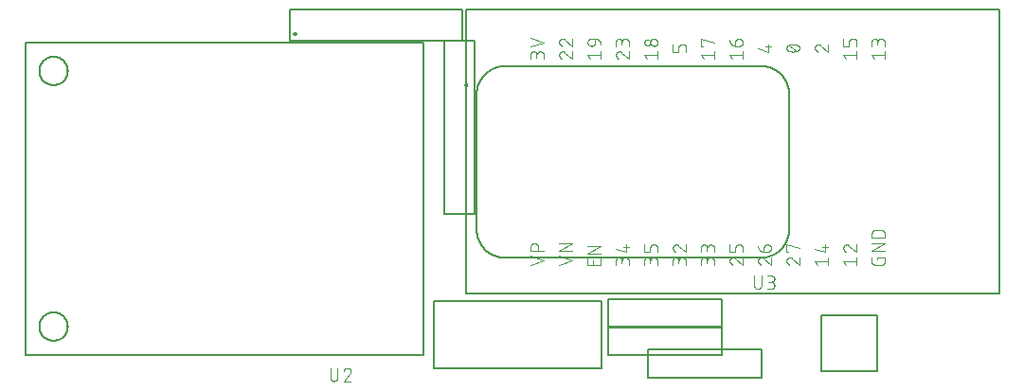
<source format=gbr>
G04 EAGLE Gerber RS-274X export*
G75*
%MOMM*%
%FSLAX34Y34*%
%LPD*%
%INSilkscreen Top*%
%IPPOS*%
%AMOC8*
5,1,8,0,0,1.08239X$1,22.5*%
G01*
%ADD10C,0.127000*%
%ADD11C,0.101600*%
%ADD12C,0.200000*%


D10*
X100200Y-94500D02*
X-49800Y-94500D01*
X-49800Y-154500D01*
X100200Y-154500D01*
X100200Y-94500D01*
X-12850Y138150D02*
X-40150Y138150D01*
X-40150Y-16300D01*
X-12850Y-16300D01*
X-12850Y138150D01*
X-23750Y138850D02*
X-23750Y166150D01*
X-178200Y166150D01*
X-178200Y138850D01*
X-23750Y138850D01*
X-20600Y166300D02*
X-20600Y-87700D01*
X-20600Y166300D02*
X455650Y166300D01*
X455650Y-87700D01*
X-20600Y-87700D01*
D11*
X37058Y-61792D02*
X48742Y-57897D01*
X37058Y-54003D01*
X37058Y-49163D02*
X48742Y-49163D01*
X37058Y-49163D02*
X37058Y-45917D01*
X37060Y-45804D01*
X37066Y-45691D01*
X37076Y-45578D01*
X37090Y-45465D01*
X37107Y-45353D01*
X37129Y-45242D01*
X37154Y-45132D01*
X37184Y-45022D01*
X37217Y-44914D01*
X37254Y-44807D01*
X37294Y-44701D01*
X37339Y-44597D01*
X37387Y-44494D01*
X37438Y-44393D01*
X37493Y-44294D01*
X37551Y-44197D01*
X37613Y-44102D01*
X37678Y-44009D01*
X37746Y-43919D01*
X37817Y-43831D01*
X37892Y-43745D01*
X37969Y-43662D01*
X38049Y-43582D01*
X38132Y-43505D01*
X38218Y-43430D01*
X38306Y-43359D01*
X38396Y-43291D01*
X38489Y-43226D01*
X38584Y-43164D01*
X38681Y-43106D01*
X38780Y-43051D01*
X38881Y-43000D01*
X38984Y-42952D01*
X39088Y-42907D01*
X39194Y-42867D01*
X39301Y-42830D01*
X39409Y-42797D01*
X39519Y-42767D01*
X39629Y-42742D01*
X39740Y-42720D01*
X39852Y-42703D01*
X39965Y-42689D01*
X40078Y-42679D01*
X40191Y-42673D01*
X40304Y-42671D01*
X40417Y-42673D01*
X40530Y-42679D01*
X40643Y-42689D01*
X40756Y-42703D01*
X40868Y-42720D01*
X40979Y-42742D01*
X41089Y-42767D01*
X41199Y-42797D01*
X41307Y-42830D01*
X41414Y-42867D01*
X41520Y-42907D01*
X41624Y-42952D01*
X41727Y-43000D01*
X41828Y-43051D01*
X41927Y-43106D01*
X42024Y-43164D01*
X42119Y-43226D01*
X42212Y-43291D01*
X42302Y-43359D01*
X42390Y-43430D01*
X42476Y-43505D01*
X42559Y-43582D01*
X42639Y-43662D01*
X42716Y-43745D01*
X42791Y-43831D01*
X42862Y-43919D01*
X42930Y-44009D01*
X42995Y-44102D01*
X43057Y-44197D01*
X43115Y-44294D01*
X43170Y-44393D01*
X43221Y-44494D01*
X43269Y-44597D01*
X43314Y-44701D01*
X43354Y-44807D01*
X43391Y-44914D01*
X43424Y-45022D01*
X43454Y-45132D01*
X43479Y-45242D01*
X43501Y-45353D01*
X43518Y-45465D01*
X43532Y-45578D01*
X43542Y-45691D01*
X43548Y-45804D01*
X43550Y-45917D01*
X43549Y-45917D02*
X43549Y-49163D01*
X62458Y-61792D02*
X74142Y-57897D01*
X62458Y-54003D01*
X62458Y-49332D02*
X74142Y-49332D01*
X74142Y-42841D02*
X62458Y-49332D01*
X62458Y-42841D02*
X74142Y-42841D01*
X99542Y-56599D02*
X99542Y-61792D01*
X87858Y-61792D01*
X87858Y-56599D01*
X93051Y-57897D02*
X93051Y-61792D01*
X87858Y-51909D02*
X99542Y-51909D01*
X99542Y-45418D02*
X87858Y-51909D01*
X87858Y-45418D02*
X99542Y-45418D01*
X124942Y-58546D02*
X124942Y-61792D01*
X124942Y-58546D02*
X124940Y-58433D01*
X124934Y-58320D01*
X124924Y-58207D01*
X124910Y-58094D01*
X124893Y-57982D01*
X124871Y-57871D01*
X124846Y-57761D01*
X124816Y-57651D01*
X124783Y-57543D01*
X124746Y-57436D01*
X124706Y-57330D01*
X124661Y-57226D01*
X124613Y-57123D01*
X124562Y-57022D01*
X124507Y-56923D01*
X124449Y-56826D01*
X124387Y-56731D01*
X124322Y-56638D01*
X124254Y-56548D01*
X124183Y-56460D01*
X124108Y-56374D01*
X124031Y-56291D01*
X123951Y-56211D01*
X123868Y-56134D01*
X123782Y-56059D01*
X123694Y-55988D01*
X123604Y-55920D01*
X123511Y-55855D01*
X123416Y-55793D01*
X123319Y-55735D01*
X123220Y-55680D01*
X123119Y-55629D01*
X123016Y-55581D01*
X122912Y-55536D01*
X122806Y-55496D01*
X122699Y-55459D01*
X122591Y-55426D01*
X122481Y-55396D01*
X122371Y-55371D01*
X122260Y-55349D01*
X122148Y-55332D01*
X122035Y-55318D01*
X121922Y-55308D01*
X121809Y-55302D01*
X121696Y-55300D01*
X121583Y-55302D01*
X121470Y-55308D01*
X121357Y-55318D01*
X121244Y-55332D01*
X121132Y-55349D01*
X121021Y-55371D01*
X120911Y-55396D01*
X120801Y-55426D01*
X120693Y-55459D01*
X120586Y-55496D01*
X120480Y-55536D01*
X120376Y-55581D01*
X120273Y-55629D01*
X120172Y-55680D01*
X120073Y-55735D01*
X119976Y-55793D01*
X119881Y-55855D01*
X119788Y-55920D01*
X119698Y-55988D01*
X119610Y-56059D01*
X119524Y-56134D01*
X119441Y-56211D01*
X119361Y-56291D01*
X119284Y-56374D01*
X119209Y-56460D01*
X119138Y-56548D01*
X119070Y-56638D01*
X119005Y-56731D01*
X118943Y-56826D01*
X118885Y-56923D01*
X118830Y-57022D01*
X118779Y-57123D01*
X118731Y-57226D01*
X118686Y-57330D01*
X118646Y-57436D01*
X118609Y-57543D01*
X118576Y-57651D01*
X118546Y-57761D01*
X118521Y-57871D01*
X118499Y-57982D01*
X118482Y-58094D01*
X118468Y-58207D01*
X118458Y-58320D01*
X118452Y-58433D01*
X118450Y-58546D01*
X113258Y-57897D02*
X113258Y-61792D01*
X113258Y-57897D02*
X113260Y-57796D01*
X113266Y-57696D01*
X113276Y-57596D01*
X113289Y-57496D01*
X113307Y-57397D01*
X113328Y-57298D01*
X113353Y-57201D01*
X113382Y-57104D01*
X113415Y-57009D01*
X113451Y-56915D01*
X113491Y-56823D01*
X113534Y-56732D01*
X113581Y-56643D01*
X113631Y-56556D01*
X113685Y-56470D01*
X113742Y-56387D01*
X113802Y-56307D01*
X113865Y-56228D01*
X113932Y-56152D01*
X114001Y-56079D01*
X114073Y-56009D01*
X114147Y-55941D01*
X114224Y-55876D01*
X114304Y-55815D01*
X114386Y-55756D01*
X114470Y-55701D01*
X114556Y-55649D01*
X114644Y-55600D01*
X114734Y-55555D01*
X114826Y-55513D01*
X114919Y-55475D01*
X115014Y-55441D01*
X115109Y-55410D01*
X115206Y-55383D01*
X115304Y-55360D01*
X115403Y-55340D01*
X115503Y-55325D01*
X115603Y-55313D01*
X115703Y-55305D01*
X115804Y-55301D01*
X115904Y-55301D01*
X116005Y-55305D01*
X116105Y-55313D01*
X116205Y-55325D01*
X116305Y-55340D01*
X116404Y-55360D01*
X116502Y-55383D01*
X116599Y-55410D01*
X116694Y-55441D01*
X116789Y-55475D01*
X116882Y-55513D01*
X116974Y-55555D01*
X117064Y-55600D01*
X117152Y-55649D01*
X117238Y-55701D01*
X117322Y-55756D01*
X117404Y-55815D01*
X117484Y-55876D01*
X117561Y-55941D01*
X117635Y-56009D01*
X117707Y-56079D01*
X117776Y-56152D01*
X117843Y-56228D01*
X117906Y-56307D01*
X117966Y-56387D01*
X118023Y-56470D01*
X118077Y-56556D01*
X118127Y-56643D01*
X118174Y-56732D01*
X118217Y-56823D01*
X118257Y-56915D01*
X118293Y-57009D01*
X118326Y-57104D01*
X118355Y-57201D01*
X118380Y-57298D01*
X118401Y-57397D01*
X118419Y-57496D01*
X118432Y-57596D01*
X118442Y-57696D01*
X118448Y-57796D01*
X118450Y-57897D01*
X118451Y-57897D02*
X118451Y-60494D01*
X122346Y-50362D02*
X113258Y-47766D01*
X122346Y-50362D02*
X122346Y-43871D01*
X119749Y-45818D02*
X124942Y-45818D01*
X150342Y-58546D02*
X150342Y-61792D01*
X150342Y-58546D02*
X150340Y-58433D01*
X150334Y-58320D01*
X150324Y-58207D01*
X150310Y-58094D01*
X150293Y-57982D01*
X150271Y-57871D01*
X150246Y-57761D01*
X150216Y-57651D01*
X150183Y-57543D01*
X150146Y-57436D01*
X150106Y-57330D01*
X150061Y-57226D01*
X150013Y-57123D01*
X149962Y-57022D01*
X149907Y-56923D01*
X149849Y-56826D01*
X149787Y-56731D01*
X149722Y-56638D01*
X149654Y-56548D01*
X149583Y-56460D01*
X149508Y-56374D01*
X149431Y-56291D01*
X149351Y-56211D01*
X149268Y-56134D01*
X149182Y-56059D01*
X149094Y-55988D01*
X149004Y-55920D01*
X148911Y-55855D01*
X148816Y-55793D01*
X148719Y-55735D01*
X148620Y-55680D01*
X148519Y-55629D01*
X148416Y-55581D01*
X148312Y-55536D01*
X148206Y-55496D01*
X148099Y-55459D01*
X147991Y-55426D01*
X147881Y-55396D01*
X147771Y-55371D01*
X147660Y-55349D01*
X147548Y-55332D01*
X147435Y-55318D01*
X147322Y-55308D01*
X147209Y-55302D01*
X147096Y-55300D01*
X146983Y-55302D01*
X146870Y-55308D01*
X146757Y-55318D01*
X146644Y-55332D01*
X146532Y-55349D01*
X146421Y-55371D01*
X146311Y-55396D01*
X146201Y-55426D01*
X146093Y-55459D01*
X145986Y-55496D01*
X145880Y-55536D01*
X145776Y-55581D01*
X145673Y-55629D01*
X145572Y-55680D01*
X145473Y-55735D01*
X145376Y-55793D01*
X145281Y-55855D01*
X145188Y-55920D01*
X145098Y-55988D01*
X145010Y-56059D01*
X144924Y-56134D01*
X144841Y-56211D01*
X144761Y-56291D01*
X144684Y-56374D01*
X144609Y-56460D01*
X144538Y-56548D01*
X144470Y-56638D01*
X144405Y-56731D01*
X144343Y-56826D01*
X144285Y-56923D01*
X144230Y-57022D01*
X144179Y-57123D01*
X144131Y-57226D01*
X144086Y-57330D01*
X144046Y-57436D01*
X144009Y-57543D01*
X143976Y-57651D01*
X143946Y-57761D01*
X143921Y-57871D01*
X143899Y-57982D01*
X143882Y-58094D01*
X143868Y-58207D01*
X143858Y-58320D01*
X143852Y-58433D01*
X143850Y-58546D01*
X138658Y-57897D02*
X138658Y-61792D01*
X138658Y-57897D02*
X138660Y-57796D01*
X138666Y-57696D01*
X138676Y-57596D01*
X138689Y-57496D01*
X138707Y-57397D01*
X138728Y-57298D01*
X138753Y-57201D01*
X138782Y-57104D01*
X138815Y-57009D01*
X138851Y-56915D01*
X138891Y-56823D01*
X138934Y-56732D01*
X138981Y-56643D01*
X139031Y-56556D01*
X139085Y-56470D01*
X139142Y-56387D01*
X139202Y-56307D01*
X139265Y-56228D01*
X139332Y-56152D01*
X139401Y-56079D01*
X139473Y-56009D01*
X139547Y-55941D01*
X139624Y-55876D01*
X139704Y-55815D01*
X139786Y-55756D01*
X139870Y-55701D01*
X139956Y-55649D01*
X140044Y-55600D01*
X140134Y-55555D01*
X140226Y-55513D01*
X140319Y-55475D01*
X140414Y-55441D01*
X140509Y-55410D01*
X140606Y-55383D01*
X140704Y-55360D01*
X140803Y-55340D01*
X140903Y-55325D01*
X141003Y-55313D01*
X141103Y-55305D01*
X141204Y-55301D01*
X141304Y-55301D01*
X141405Y-55305D01*
X141505Y-55313D01*
X141605Y-55325D01*
X141705Y-55340D01*
X141804Y-55360D01*
X141902Y-55383D01*
X141999Y-55410D01*
X142094Y-55441D01*
X142189Y-55475D01*
X142282Y-55513D01*
X142374Y-55555D01*
X142464Y-55600D01*
X142552Y-55649D01*
X142638Y-55701D01*
X142722Y-55756D01*
X142804Y-55815D01*
X142884Y-55876D01*
X142961Y-55941D01*
X143035Y-56009D01*
X143107Y-56079D01*
X143176Y-56152D01*
X143243Y-56228D01*
X143306Y-56307D01*
X143366Y-56387D01*
X143423Y-56470D01*
X143477Y-56556D01*
X143527Y-56643D01*
X143574Y-56732D01*
X143617Y-56823D01*
X143657Y-56915D01*
X143693Y-57009D01*
X143726Y-57104D01*
X143755Y-57201D01*
X143780Y-57298D01*
X143801Y-57397D01*
X143819Y-57496D01*
X143832Y-57596D01*
X143842Y-57696D01*
X143848Y-57796D01*
X143850Y-57897D01*
X143851Y-57897D02*
X143851Y-60494D01*
X150342Y-50362D02*
X150342Y-46467D01*
X150340Y-46368D01*
X150334Y-46268D01*
X150325Y-46169D01*
X150312Y-46071D01*
X150295Y-45973D01*
X150274Y-45875D01*
X150249Y-45779D01*
X150221Y-45684D01*
X150189Y-45590D01*
X150154Y-45497D01*
X150115Y-45405D01*
X150072Y-45315D01*
X150027Y-45227D01*
X149977Y-45140D01*
X149925Y-45056D01*
X149869Y-44973D01*
X149811Y-44893D01*
X149749Y-44815D01*
X149684Y-44740D01*
X149616Y-44667D01*
X149546Y-44597D01*
X149473Y-44529D01*
X149398Y-44464D01*
X149320Y-44402D01*
X149240Y-44344D01*
X149157Y-44288D01*
X149073Y-44236D01*
X148986Y-44186D01*
X148898Y-44141D01*
X148808Y-44098D01*
X148716Y-44059D01*
X148623Y-44024D01*
X148529Y-43992D01*
X148434Y-43964D01*
X148338Y-43939D01*
X148240Y-43918D01*
X148142Y-43901D01*
X148044Y-43888D01*
X147945Y-43879D01*
X147845Y-43873D01*
X147746Y-43871D01*
X146447Y-43871D01*
X146348Y-43873D01*
X146248Y-43879D01*
X146149Y-43888D01*
X146051Y-43901D01*
X145953Y-43918D01*
X145855Y-43939D01*
X145759Y-43964D01*
X145664Y-43992D01*
X145570Y-44024D01*
X145477Y-44059D01*
X145385Y-44098D01*
X145295Y-44141D01*
X145207Y-44186D01*
X145120Y-44236D01*
X145036Y-44288D01*
X144953Y-44344D01*
X144873Y-44402D01*
X144795Y-44464D01*
X144720Y-44529D01*
X144647Y-44597D01*
X144577Y-44667D01*
X144509Y-44740D01*
X144444Y-44815D01*
X144382Y-44893D01*
X144324Y-44973D01*
X144268Y-45056D01*
X144216Y-45140D01*
X144166Y-45227D01*
X144121Y-45315D01*
X144078Y-45405D01*
X144039Y-45497D01*
X144004Y-45590D01*
X143972Y-45684D01*
X143944Y-45779D01*
X143919Y-45875D01*
X143898Y-45973D01*
X143881Y-46071D01*
X143868Y-46169D01*
X143859Y-46268D01*
X143853Y-46368D01*
X143851Y-46467D01*
X143851Y-50362D01*
X138658Y-50362D01*
X138658Y-43871D01*
X175742Y-58546D02*
X175742Y-61792D01*
X175742Y-58546D02*
X175740Y-58433D01*
X175734Y-58320D01*
X175724Y-58207D01*
X175710Y-58094D01*
X175693Y-57982D01*
X175671Y-57871D01*
X175646Y-57761D01*
X175616Y-57651D01*
X175583Y-57543D01*
X175546Y-57436D01*
X175506Y-57330D01*
X175461Y-57226D01*
X175413Y-57123D01*
X175362Y-57022D01*
X175307Y-56923D01*
X175249Y-56826D01*
X175187Y-56731D01*
X175122Y-56638D01*
X175054Y-56548D01*
X174983Y-56460D01*
X174908Y-56374D01*
X174831Y-56291D01*
X174751Y-56211D01*
X174668Y-56134D01*
X174582Y-56059D01*
X174494Y-55988D01*
X174404Y-55920D01*
X174311Y-55855D01*
X174216Y-55793D01*
X174119Y-55735D01*
X174020Y-55680D01*
X173919Y-55629D01*
X173816Y-55581D01*
X173712Y-55536D01*
X173606Y-55496D01*
X173499Y-55459D01*
X173391Y-55426D01*
X173281Y-55396D01*
X173171Y-55371D01*
X173060Y-55349D01*
X172948Y-55332D01*
X172835Y-55318D01*
X172722Y-55308D01*
X172609Y-55302D01*
X172496Y-55300D01*
X172383Y-55302D01*
X172270Y-55308D01*
X172157Y-55318D01*
X172044Y-55332D01*
X171932Y-55349D01*
X171821Y-55371D01*
X171711Y-55396D01*
X171601Y-55426D01*
X171493Y-55459D01*
X171386Y-55496D01*
X171280Y-55536D01*
X171176Y-55581D01*
X171073Y-55629D01*
X170972Y-55680D01*
X170873Y-55735D01*
X170776Y-55793D01*
X170681Y-55855D01*
X170588Y-55920D01*
X170498Y-55988D01*
X170410Y-56059D01*
X170324Y-56134D01*
X170241Y-56211D01*
X170161Y-56291D01*
X170084Y-56374D01*
X170009Y-56460D01*
X169938Y-56548D01*
X169870Y-56638D01*
X169805Y-56731D01*
X169743Y-56826D01*
X169685Y-56923D01*
X169630Y-57022D01*
X169579Y-57123D01*
X169531Y-57226D01*
X169486Y-57330D01*
X169446Y-57436D01*
X169409Y-57543D01*
X169376Y-57651D01*
X169346Y-57761D01*
X169321Y-57871D01*
X169299Y-57982D01*
X169282Y-58094D01*
X169268Y-58207D01*
X169258Y-58320D01*
X169252Y-58433D01*
X169250Y-58546D01*
X164058Y-57897D02*
X164058Y-61792D01*
X164058Y-57897D02*
X164060Y-57796D01*
X164066Y-57696D01*
X164076Y-57596D01*
X164089Y-57496D01*
X164107Y-57397D01*
X164128Y-57298D01*
X164153Y-57201D01*
X164182Y-57104D01*
X164215Y-57009D01*
X164251Y-56915D01*
X164291Y-56823D01*
X164334Y-56732D01*
X164381Y-56643D01*
X164431Y-56556D01*
X164485Y-56470D01*
X164542Y-56387D01*
X164602Y-56307D01*
X164665Y-56228D01*
X164732Y-56152D01*
X164801Y-56079D01*
X164873Y-56009D01*
X164947Y-55941D01*
X165024Y-55876D01*
X165104Y-55815D01*
X165186Y-55756D01*
X165270Y-55701D01*
X165356Y-55649D01*
X165444Y-55600D01*
X165534Y-55555D01*
X165626Y-55513D01*
X165719Y-55475D01*
X165814Y-55441D01*
X165909Y-55410D01*
X166006Y-55383D01*
X166104Y-55360D01*
X166203Y-55340D01*
X166303Y-55325D01*
X166403Y-55313D01*
X166503Y-55305D01*
X166604Y-55301D01*
X166704Y-55301D01*
X166805Y-55305D01*
X166905Y-55313D01*
X167005Y-55325D01*
X167105Y-55340D01*
X167204Y-55360D01*
X167302Y-55383D01*
X167399Y-55410D01*
X167494Y-55441D01*
X167589Y-55475D01*
X167682Y-55513D01*
X167774Y-55555D01*
X167864Y-55600D01*
X167952Y-55649D01*
X168038Y-55701D01*
X168122Y-55756D01*
X168204Y-55815D01*
X168284Y-55876D01*
X168361Y-55941D01*
X168435Y-56009D01*
X168507Y-56079D01*
X168576Y-56152D01*
X168643Y-56228D01*
X168706Y-56307D01*
X168766Y-56387D01*
X168823Y-56470D01*
X168877Y-56556D01*
X168927Y-56643D01*
X168974Y-56732D01*
X169017Y-56823D01*
X169057Y-56915D01*
X169093Y-57009D01*
X169126Y-57104D01*
X169155Y-57201D01*
X169180Y-57298D01*
X169201Y-57397D01*
X169219Y-57496D01*
X169232Y-57596D01*
X169242Y-57696D01*
X169248Y-57796D01*
X169250Y-57897D01*
X169251Y-57897D02*
X169251Y-60494D01*
X164058Y-46792D02*
X164060Y-46685D01*
X164066Y-46579D01*
X164076Y-46473D01*
X164089Y-46367D01*
X164107Y-46261D01*
X164128Y-46157D01*
X164153Y-46053D01*
X164182Y-45950D01*
X164214Y-45849D01*
X164251Y-45749D01*
X164291Y-45650D01*
X164334Y-45552D01*
X164381Y-45456D01*
X164432Y-45362D01*
X164486Y-45270D01*
X164543Y-45180D01*
X164603Y-45092D01*
X164667Y-45007D01*
X164734Y-44924D01*
X164804Y-44843D01*
X164876Y-44765D01*
X164952Y-44689D01*
X165030Y-44617D01*
X165111Y-44547D01*
X165194Y-44480D01*
X165279Y-44416D01*
X165367Y-44356D01*
X165457Y-44299D01*
X165549Y-44245D01*
X165643Y-44194D01*
X165739Y-44147D01*
X165837Y-44104D01*
X165936Y-44064D01*
X166036Y-44027D01*
X166137Y-43995D01*
X166240Y-43966D01*
X166344Y-43941D01*
X166448Y-43920D01*
X166554Y-43902D01*
X166660Y-43889D01*
X166766Y-43879D01*
X166872Y-43873D01*
X166979Y-43871D01*
X164058Y-46792D02*
X164060Y-46913D01*
X164066Y-47034D01*
X164076Y-47154D01*
X164089Y-47275D01*
X164107Y-47394D01*
X164128Y-47514D01*
X164153Y-47632D01*
X164182Y-47749D01*
X164215Y-47866D01*
X164251Y-47981D01*
X164292Y-48095D01*
X164335Y-48208D01*
X164383Y-48320D01*
X164434Y-48429D01*
X164489Y-48537D01*
X164547Y-48644D01*
X164608Y-48748D01*
X164673Y-48850D01*
X164741Y-48950D01*
X164812Y-49048D01*
X164886Y-49144D01*
X164963Y-49237D01*
X165044Y-49327D01*
X165127Y-49415D01*
X165213Y-49500D01*
X165302Y-49583D01*
X165393Y-49662D01*
X165487Y-49739D01*
X165583Y-49812D01*
X165681Y-49882D01*
X165782Y-49949D01*
X165885Y-50013D01*
X165990Y-50074D01*
X166097Y-50131D01*
X166205Y-50184D01*
X166315Y-50234D01*
X166427Y-50281D01*
X166540Y-50323D01*
X166655Y-50362D01*
X169251Y-44845D02*
X169173Y-44766D01*
X169093Y-44690D01*
X169010Y-44617D01*
X168924Y-44547D01*
X168837Y-44480D01*
X168746Y-44416D01*
X168654Y-44356D01*
X168560Y-44298D01*
X168463Y-44244D01*
X168365Y-44194D01*
X168265Y-44147D01*
X168164Y-44103D01*
X168061Y-44063D01*
X167956Y-44027D01*
X167851Y-43995D01*
X167744Y-43966D01*
X167637Y-43941D01*
X167528Y-43919D01*
X167419Y-43902D01*
X167310Y-43888D01*
X167200Y-43879D01*
X167089Y-43873D01*
X166979Y-43871D01*
X169251Y-44845D02*
X175742Y-50362D01*
X175742Y-43871D01*
X201142Y-58546D02*
X201142Y-61792D01*
X201142Y-58546D02*
X201140Y-58433D01*
X201134Y-58320D01*
X201124Y-58207D01*
X201110Y-58094D01*
X201093Y-57982D01*
X201071Y-57871D01*
X201046Y-57761D01*
X201016Y-57651D01*
X200983Y-57543D01*
X200946Y-57436D01*
X200906Y-57330D01*
X200861Y-57226D01*
X200813Y-57123D01*
X200762Y-57022D01*
X200707Y-56923D01*
X200649Y-56826D01*
X200587Y-56731D01*
X200522Y-56638D01*
X200454Y-56548D01*
X200383Y-56460D01*
X200308Y-56374D01*
X200231Y-56291D01*
X200151Y-56211D01*
X200068Y-56134D01*
X199982Y-56059D01*
X199894Y-55988D01*
X199804Y-55920D01*
X199711Y-55855D01*
X199616Y-55793D01*
X199519Y-55735D01*
X199420Y-55680D01*
X199319Y-55629D01*
X199216Y-55581D01*
X199112Y-55536D01*
X199006Y-55496D01*
X198899Y-55459D01*
X198791Y-55426D01*
X198681Y-55396D01*
X198571Y-55371D01*
X198460Y-55349D01*
X198348Y-55332D01*
X198235Y-55318D01*
X198122Y-55308D01*
X198009Y-55302D01*
X197896Y-55300D01*
X197783Y-55302D01*
X197670Y-55308D01*
X197557Y-55318D01*
X197444Y-55332D01*
X197332Y-55349D01*
X197221Y-55371D01*
X197111Y-55396D01*
X197001Y-55426D01*
X196893Y-55459D01*
X196786Y-55496D01*
X196680Y-55536D01*
X196576Y-55581D01*
X196473Y-55629D01*
X196372Y-55680D01*
X196273Y-55735D01*
X196176Y-55793D01*
X196081Y-55855D01*
X195988Y-55920D01*
X195898Y-55988D01*
X195810Y-56059D01*
X195724Y-56134D01*
X195641Y-56211D01*
X195561Y-56291D01*
X195484Y-56374D01*
X195409Y-56460D01*
X195338Y-56548D01*
X195270Y-56638D01*
X195205Y-56731D01*
X195143Y-56826D01*
X195085Y-56923D01*
X195030Y-57022D01*
X194979Y-57123D01*
X194931Y-57226D01*
X194886Y-57330D01*
X194846Y-57436D01*
X194809Y-57543D01*
X194776Y-57651D01*
X194746Y-57761D01*
X194721Y-57871D01*
X194699Y-57982D01*
X194682Y-58094D01*
X194668Y-58207D01*
X194658Y-58320D01*
X194652Y-58433D01*
X194650Y-58546D01*
X189458Y-57897D02*
X189458Y-61792D01*
X189458Y-57897D02*
X189460Y-57796D01*
X189466Y-57696D01*
X189476Y-57596D01*
X189489Y-57496D01*
X189507Y-57397D01*
X189528Y-57298D01*
X189553Y-57201D01*
X189582Y-57104D01*
X189615Y-57009D01*
X189651Y-56915D01*
X189691Y-56823D01*
X189734Y-56732D01*
X189781Y-56643D01*
X189831Y-56556D01*
X189885Y-56470D01*
X189942Y-56387D01*
X190002Y-56307D01*
X190065Y-56228D01*
X190132Y-56152D01*
X190201Y-56079D01*
X190273Y-56009D01*
X190347Y-55941D01*
X190424Y-55876D01*
X190504Y-55815D01*
X190586Y-55756D01*
X190670Y-55701D01*
X190756Y-55649D01*
X190844Y-55600D01*
X190934Y-55555D01*
X191026Y-55513D01*
X191119Y-55475D01*
X191214Y-55441D01*
X191309Y-55410D01*
X191406Y-55383D01*
X191504Y-55360D01*
X191603Y-55340D01*
X191703Y-55325D01*
X191803Y-55313D01*
X191903Y-55305D01*
X192004Y-55301D01*
X192104Y-55301D01*
X192205Y-55305D01*
X192305Y-55313D01*
X192405Y-55325D01*
X192505Y-55340D01*
X192604Y-55360D01*
X192702Y-55383D01*
X192799Y-55410D01*
X192894Y-55441D01*
X192989Y-55475D01*
X193082Y-55513D01*
X193174Y-55555D01*
X193264Y-55600D01*
X193352Y-55649D01*
X193438Y-55701D01*
X193522Y-55756D01*
X193604Y-55815D01*
X193684Y-55876D01*
X193761Y-55941D01*
X193835Y-56009D01*
X193907Y-56079D01*
X193976Y-56152D01*
X194043Y-56228D01*
X194106Y-56307D01*
X194166Y-56387D01*
X194223Y-56470D01*
X194277Y-56556D01*
X194327Y-56643D01*
X194374Y-56732D01*
X194417Y-56823D01*
X194457Y-56915D01*
X194493Y-57009D01*
X194526Y-57104D01*
X194555Y-57201D01*
X194580Y-57298D01*
X194601Y-57397D01*
X194619Y-57496D01*
X194632Y-57596D01*
X194642Y-57696D01*
X194648Y-57796D01*
X194650Y-57897D01*
X194651Y-57897D02*
X194651Y-60494D01*
X201142Y-50362D02*
X201142Y-47117D01*
X201140Y-47004D01*
X201134Y-46891D01*
X201124Y-46778D01*
X201110Y-46665D01*
X201093Y-46553D01*
X201071Y-46442D01*
X201046Y-46332D01*
X201016Y-46222D01*
X200983Y-46114D01*
X200946Y-46007D01*
X200906Y-45901D01*
X200861Y-45797D01*
X200813Y-45694D01*
X200762Y-45593D01*
X200707Y-45494D01*
X200649Y-45397D01*
X200587Y-45302D01*
X200522Y-45209D01*
X200454Y-45119D01*
X200383Y-45031D01*
X200308Y-44945D01*
X200231Y-44862D01*
X200151Y-44782D01*
X200068Y-44705D01*
X199982Y-44630D01*
X199894Y-44559D01*
X199804Y-44491D01*
X199711Y-44426D01*
X199616Y-44364D01*
X199519Y-44306D01*
X199420Y-44251D01*
X199319Y-44200D01*
X199216Y-44152D01*
X199112Y-44107D01*
X199006Y-44067D01*
X198899Y-44030D01*
X198791Y-43997D01*
X198681Y-43967D01*
X198571Y-43942D01*
X198460Y-43920D01*
X198348Y-43903D01*
X198235Y-43889D01*
X198122Y-43879D01*
X198009Y-43873D01*
X197896Y-43871D01*
X197783Y-43873D01*
X197670Y-43879D01*
X197557Y-43889D01*
X197444Y-43903D01*
X197332Y-43920D01*
X197221Y-43942D01*
X197111Y-43967D01*
X197001Y-43997D01*
X196893Y-44030D01*
X196786Y-44067D01*
X196680Y-44107D01*
X196576Y-44152D01*
X196473Y-44200D01*
X196372Y-44251D01*
X196273Y-44306D01*
X196176Y-44364D01*
X196081Y-44426D01*
X195988Y-44491D01*
X195898Y-44559D01*
X195810Y-44630D01*
X195724Y-44705D01*
X195641Y-44782D01*
X195561Y-44862D01*
X195484Y-44945D01*
X195409Y-45031D01*
X195338Y-45119D01*
X195270Y-45209D01*
X195205Y-45302D01*
X195143Y-45397D01*
X195085Y-45494D01*
X195030Y-45593D01*
X194979Y-45694D01*
X194931Y-45797D01*
X194886Y-45901D01*
X194846Y-46007D01*
X194809Y-46114D01*
X194776Y-46222D01*
X194746Y-46332D01*
X194721Y-46442D01*
X194699Y-46553D01*
X194682Y-46665D01*
X194668Y-46778D01*
X194658Y-46891D01*
X194652Y-47004D01*
X194650Y-47117D01*
X189458Y-46467D02*
X189458Y-50362D01*
X189458Y-46467D02*
X189460Y-46366D01*
X189466Y-46266D01*
X189476Y-46166D01*
X189489Y-46066D01*
X189507Y-45967D01*
X189528Y-45868D01*
X189553Y-45771D01*
X189582Y-45674D01*
X189615Y-45579D01*
X189651Y-45485D01*
X189691Y-45393D01*
X189734Y-45302D01*
X189781Y-45213D01*
X189831Y-45126D01*
X189885Y-45040D01*
X189942Y-44957D01*
X190002Y-44877D01*
X190065Y-44798D01*
X190132Y-44722D01*
X190201Y-44649D01*
X190273Y-44579D01*
X190347Y-44511D01*
X190424Y-44446D01*
X190504Y-44385D01*
X190586Y-44326D01*
X190670Y-44271D01*
X190756Y-44219D01*
X190844Y-44170D01*
X190934Y-44125D01*
X191026Y-44083D01*
X191119Y-44045D01*
X191214Y-44011D01*
X191309Y-43980D01*
X191406Y-43953D01*
X191504Y-43930D01*
X191603Y-43910D01*
X191703Y-43895D01*
X191803Y-43883D01*
X191903Y-43875D01*
X192004Y-43871D01*
X192104Y-43871D01*
X192205Y-43875D01*
X192305Y-43883D01*
X192405Y-43895D01*
X192505Y-43910D01*
X192604Y-43930D01*
X192702Y-43953D01*
X192799Y-43980D01*
X192894Y-44011D01*
X192989Y-44045D01*
X193082Y-44083D01*
X193174Y-44125D01*
X193264Y-44170D01*
X193352Y-44219D01*
X193438Y-44271D01*
X193522Y-44326D01*
X193604Y-44385D01*
X193684Y-44446D01*
X193761Y-44511D01*
X193835Y-44579D01*
X193907Y-44649D01*
X193976Y-44722D01*
X194043Y-44798D01*
X194106Y-44877D01*
X194166Y-44957D01*
X194223Y-45040D01*
X194277Y-45126D01*
X194327Y-45213D01*
X194374Y-45302D01*
X194417Y-45393D01*
X194457Y-45485D01*
X194493Y-45579D01*
X194526Y-45674D01*
X194555Y-45771D01*
X194580Y-45868D01*
X194601Y-45967D01*
X194619Y-46066D01*
X194632Y-46166D01*
X194642Y-46266D01*
X194648Y-46366D01*
X194650Y-46467D01*
X194651Y-46467D02*
X194651Y-49064D01*
X214858Y-58222D02*
X214860Y-58115D01*
X214866Y-58009D01*
X214876Y-57903D01*
X214889Y-57797D01*
X214907Y-57691D01*
X214928Y-57587D01*
X214953Y-57483D01*
X214982Y-57380D01*
X215014Y-57279D01*
X215051Y-57179D01*
X215091Y-57080D01*
X215134Y-56982D01*
X215181Y-56886D01*
X215232Y-56792D01*
X215286Y-56700D01*
X215343Y-56610D01*
X215403Y-56522D01*
X215467Y-56437D01*
X215534Y-56354D01*
X215604Y-56273D01*
X215676Y-56195D01*
X215752Y-56119D01*
X215830Y-56047D01*
X215911Y-55977D01*
X215994Y-55910D01*
X216079Y-55846D01*
X216167Y-55786D01*
X216257Y-55729D01*
X216349Y-55675D01*
X216443Y-55624D01*
X216539Y-55577D01*
X216637Y-55534D01*
X216736Y-55494D01*
X216836Y-55457D01*
X216937Y-55425D01*
X217040Y-55396D01*
X217144Y-55371D01*
X217248Y-55350D01*
X217354Y-55332D01*
X217460Y-55319D01*
X217566Y-55309D01*
X217672Y-55303D01*
X217779Y-55301D01*
X214858Y-58222D02*
X214860Y-58343D01*
X214866Y-58464D01*
X214876Y-58584D01*
X214889Y-58705D01*
X214907Y-58824D01*
X214928Y-58944D01*
X214953Y-59062D01*
X214982Y-59179D01*
X215015Y-59296D01*
X215051Y-59411D01*
X215092Y-59525D01*
X215135Y-59638D01*
X215183Y-59750D01*
X215234Y-59859D01*
X215289Y-59967D01*
X215347Y-60074D01*
X215408Y-60178D01*
X215473Y-60280D01*
X215541Y-60380D01*
X215612Y-60478D01*
X215686Y-60574D01*
X215763Y-60667D01*
X215844Y-60757D01*
X215927Y-60845D01*
X216013Y-60930D01*
X216102Y-61013D01*
X216193Y-61092D01*
X216287Y-61169D01*
X216383Y-61242D01*
X216481Y-61312D01*
X216582Y-61379D01*
X216685Y-61443D01*
X216790Y-61504D01*
X216897Y-61561D01*
X217005Y-61614D01*
X217115Y-61664D01*
X217227Y-61711D01*
X217340Y-61753D01*
X217455Y-61792D01*
X220051Y-56275D02*
X219973Y-56196D01*
X219893Y-56120D01*
X219810Y-56047D01*
X219724Y-55977D01*
X219637Y-55910D01*
X219546Y-55846D01*
X219454Y-55786D01*
X219360Y-55728D01*
X219263Y-55674D01*
X219165Y-55624D01*
X219065Y-55577D01*
X218964Y-55533D01*
X218861Y-55493D01*
X218756Y-55457D01*
X218651Y-55425D01*
X218544Y-55396D01*
X218437Y-55371D01*
X218328Y-55349D01*
X218219Y-55332D01*
X218110Y-55318D01*
X218000Y-55309D01*
X217889Y-55303D01*
X217779Y-55301D01*
X220051Y-56275D02*
X226542Y-61792D01*
X226542Y-55301D01*
X226542Y-50362D02*
X226542Y-46467D01*
X226540Y-46368D01*
X226534Y-46268D01*
X226525Y-46169D01*
X226512Y-46071D01*
X226495Y-45973D01*
X226474Y-45875D01*
X226449Y-45779D01*
X226421Y-45684D01*
X226389Y-45590D01*
X226354Y-45497D01*
X226315Y-45405D01*
X226272Y-45315D01*
X226227Y-45227D01*
X226177Y-45140D01*
X226125Y-45056D01*
X226069Y-44973D01*
X226011Y-44893D01*
X225949Y-44815D01*
X225884Y-44740D01*
X225816Y-44667D01*
X225746Y-44597D01*
X225673Y-44529D01*
X225598Y-44464D01*
X225520Y-44402D01*
X225440Y-44344D01*
X225357Y-44288D01*
X225273Y-44236D01*
X225186Y-44186D01*
X225098Y-44141D01*
X225008Y-44098D01*
X224916Y-44059D01*
X224823Y-44024D01*
X224729Y-43992D01*
X224634Y-43964D01*
X224538Y-43939D01*
X224440Y-43918D01*
X224342Y-43901D01*
X224244Y-43888D01*
X224145Y-43879D01*
X224045Y-43873D01*
X223946Y-43871D01*
X222647Y-43871D01*
X222548Y-43873D01*
X222448Y-43879D01*
X222349Y-43888D01*
X222251Y-43901D01*
X222153Y-43918D01*
X222055Y-43939D01*
X221959Y-43964D01*
X221864Y-43992D01*
X221770Y-44024D01*
X221677Y-44059D01*
X221585Y-44098D01*
X221495Y-44141D01*
X221407Y-44186D01*
X221320Y-44236D01*
X221236Y-44288D01*
X221153Y-44344D01*
X221073Y-44402D01*
X220995Y-44464D01*
X220920Y-44529D01*
X220847Y-44597D01*
X220777Y-44667D01*
X220709Y-44740D01*
X220644Y-44815D01*
X220582Y-44893D01*
X220524Y-44973D01*
X220468Y-45056D01*
X220416Y-45140D01*
X220366Y-45227D01*
X220321Y-45315D01*
X220278Y-45405D01*
X220239Y-45497D01*
X220204Y-45590D01*
X220172Y-45684D01*
X220144Y-45779D01*
X220119Y-45875D01*
X220098Y-45973D01*
X220081Y-46071D01*
X220068Y-46169D01*
X220059Y-46268D01*
X220053Y-46368D01*
X220051Y-46467D01*
X220051Y-50362D01*
X214858Y-50362D01*
X214858Y-43871D01*
X240258Y-58222D02*
X240260Y-58115D01*
X240266Y-58009D01*
X240276Y-57903D01*
X240289Y-57797D01*
X240307Y-57691D01*
X240328Y-57587D01*
X240353Y-57483D01*
X240382Y-57380D01*
X240414Y-57279D01*
X240451Y-57179D01*
X240491Y-57080D01*
X240534Y-56982D01*
X240581Y-56886D01*
X240632Y-56792D01*
X240686Y-56700D01*
X240743Y-56610D01*
X240803Y-56522D01*
X240867Y-56437D01*
X240934Y-56354D01*
X241004Y-56273D01*
X241076Y-56195D01*
X241152Y-56119D01*
X241230Y-56047D01*
X241311Y-55977D01*
X241394Y-55910D01*
X241479Y-55846D01*
X241567Y-55786D01*
X241657Y-55729D01*
X241749Y-55675D01*
X241843Y-55624D01*
X241939Y-55577D01*
X242037Y-55534D01*
X242136Y-55494D01*
X242236Y-55457D01*
X242337Y-55425D01*
X242440Y-55396D01*
X242544Y-55371D01*
X242648Y-55350D01*
X242754Y-55332D01*
X242860Y-55319D01*
X242966Y-55309D01*
X243072Y-55303D01*
X243179Y-55301D01*
X240258Y-58222D02*
X240260Y-58343D01*
X240266Y-58464D01*
X240276Y-58584D01*
X240289Y-58705D01*
X240307Y-58824D01*
X240328Y-58944D01*
X240353Y-59062D01*
X240382Y-59179D01*
X240415Y-59296D01*
X240451Y-59411D01*
X240492Y-59525D01*
X240535Y-59638D01*
X240583Y-59750D01*
X240634Y-59859D01*
X240689Y-59967D01*
X240747Y-60074D01*
X240808Y-60178D01*
X240873Y-60280D01*
X240941Y-60380D01*
X241012Y-60478D01*
X241086Y-60574D01*
X241163Y-60667D01*
X241244Y-60757D01*
X241327Y-60845D01*
X241413Y-60930D01*
X241502Y-61013D01*
X241593Y-61092D01*
X241687Y-61169D01*
X241783Y-61242D01*
X241881Y-61312D01*
X241982Y-61379D01*
X242085Y-61443D01*
X242190Y-61504D01*
X242297Y-61561D01*
X242405Y-61614D01*
X242515Y-61664D01*
X242627Y-61711D01*
X242740Y-61753D01*
X242855Y-61792D01*
X245451Y-56275D02*
X245373Y-56196D01*
X245293Y-56120D01*
X245210Y-56047D01*
X245124Y-55977D01*
X245037Y-55910D01*
X244946Y-55846D01*
X244854Y-55786D01*
X244760Y-55728D01*
X244663Y-55674D01*
X244565Y-55624D01*
X244465Y-55577D01*
X244364Y-55533D01*
X244261Y-55493D01*
X244156Y-55457D01*
X244051Y-55425D01*
X243944Y-55396D01*
X243837Y-55371D01*
X243728Y-55349D01*
X243619Y-55332D01*
X243510Y-55318D01*
X243400Y-55309D01*
X243289Y-55303D01*
X243179Y-55301D01*
X245451Y-56275D02*
X251942Y-61792D01*
X251942Y-55301D01*
X245451Y-50362D02*
X245451Y-46467D01*
X245453Y-46368D01*
X245459Y-46268D01*
X245468Y-46169D01*
X245481Y-46071D01*
X245498Y-45973D01*
X245519Y-45875D01*
X245544Y-45779D01*
X245572Y-45684D01*
X245604Y-45590D01*
X245639Y-45497D01*
X245678Y-45405D01*
X245721Y-45315D01*
X245766Y-45227D01*
X245816Y-45140D01*
X245868Y-45056D01*
X245924Y-44973D01*
X245982Y-44893D01*
X246044Y-44815D01*
X246109Y-44740D01*
X246177Y-44667D01*
X246247Y-44597D01*
X246320Y-44529D01*
X246395Y-44464D01*
X246473Y-44402D01*
X246553Y-44344D01*
X246636Y-44288D01*
X246720Y-44236D01*
X246807Y-44186D01*
X246895Y-44141D01*
X246985Y-44098D01*
X247077Y-44059D01*
X247170Y-44024D01*
X247264Y-43992D01*
X247359Y-43964D01*
X247455Y-43939D01*
X247553Y-43918D01*
X247651Y-43901D01*
X247749Y-43888D01*
X247848Y-43879D01*
X247948Y-43873D01*
X248047Y-43871D01*
X248696Y-43871D01*
X248696Y-43870D02*
X248809Y-43872D01*
X248922Y-43878D01*
X249035Y-43888D01*
X249148Y-43902D01*
X249260Y-43919D01*
X249371Y-43941D01*
X249481Y-43966D01*
X249591Y-43996D01*
X249699Y-44029D01*
X249806Y-44066D01*
X249912Y-44106D01*
X250016Y-44151D01*
X250119Y-44199D01*
X250220Y-44250D01*
X250319Y-44305D01*
X250416Y-44363D01*
X250511Y-44425D01*
X250604Y-44490D01*
X250694Y-44558D01*
X250782Y-44629D01*
X250868Y-44704D01*
X250951Y-44781D01*
X251031Y-44861D01*
X251108Y-44944D01*
X251183Y-45030D01*
X251254Y-45118D01*
X251322Y-45208D01*
X251387Y-45301D01*
X251449Y-45396D01*
X251507Y-45493D01*
X251562Y-45592D01*
X251613Y-45693D01*
X251661Y-45796D01*
X251706Y-45900D01*
X251746Y-46006D01*
X251783Y-46113D01*
X251816Y-46221D01*
X251846Y-46331D01*
X251871Y-46441D01*
X251893Y-46552D01*
X251910Y-46664D01*
X251924Y-46777D01*
X251934Y-46890D01*
X251940Y-47003D01*
X251942Y-47116D01*
X251940Y-47229D01*
X251934Y-47342D01*
X251924Y-47455D01*
X251910Y-47568D01*
X251893Y-47680D01*
X251871Y-47791D01*
X251846Y-47901D01*
X251816Y-48011D01*
X251783Y-48119D01*
X251746Y-48226D01*
X251706Y-48332D01*
X251661Y-48436D01*
X251613Y-48539D01*
X251562Y-48640D01*
X251507Y-48739D01*
X251449Y-48836D01*
X251387Y-48931D01*
X251322Y-49024D01*
X251254Y-49114D01*
X251183Y-49202D01*
X251108Y-49288D01*
X251031Y-49371D01*
X250951Y-49451D01*
X250868Y-49528D01*
X250782Y-49603D01*
X250694Y-49674D01*
X250604Y-49742D01*
X250511Y-49807D01*
X250416Y-49869D01*
X250319Y-49927D01*
X250220Y-49982D01*
X250119Y-50033D01*
X250016Y-50081D01*
X249912Y-50126D01*
X249806Y-50166D01*
X249699Y-50203D01*
X249591Y-50236D01*
X249481Y-50266D01*
X249371Y-50291D01*
X249260Y-50313D01*
X249148Y-50330D01*
X249035Y-50344D01*
X248922Y-50354D01*
X248809Y-50360D01*
X248696Y-50362D01*
X245451Y-50362D01*
X245308Y-50360D01*
X245165Y-50354D01*
X245022Y-50344D01*
X244880Y-50330D01*
X244738Y-50313D01*
X244596Y-50291D01*
X244455Y-50266D01*
X244315Y-50236D01*
X244176Y-50203D01*
X244038Y-50166D01*
X243901Y-50125D01*
X243765Y-50081D01*
X243630Y-50032D01*
X243497Y-49980D01*
X243365Y-49925D01*
X243235Y-49865D01*
X243106Y-49802D01*
X242979Y-49736D01*
X242855Y-49666D01*
X242732Y-49593D01*
X242611Y-49516D01*
X242492Y-49437D01*
X242376Y-49353D01*
X242261Y-49267D01*
X242150Y-49178D01*
X242041Y-49085D01*
X241934Y-48990D01*
X241830Y-48891D01*
X241729Y-48790D01*
X241630Y-48686D01*
X241535Y-48580D01*
X241442Y-48470D01*
X241353Y-48359D01*
X241267Y-48245D01*
X241184Y-48128D01*
X241104Y-48009D01*
X241027Y-47888D01*
X240954Y-47766D01*
X240884Y-47641D01*
X240818Y-47514D01*
X240755Y-47385D01*
X240695Y-47255D01*
X240640Y-47123D01*
X240588Y-46990D01*
X240539Y-46855D01*
X240495Y-46719D01*
X240454Y-46582D01*
X240417Y-46444D01*
X240384Y-46305D01*
X240354Y-46165D01*
X240329Y-46024D01*
X240307Y-45882D01*
X240290Y-45740D01*
X240276Y-45598D01*
X240266Y-45455D01*
X240260Y-45312D01*
X240258Y-45169D01*
X265658Y-58222D02*
X265660Y-58115D01*
X265666Y-58009D01*
X265676Y-57903D01*
X265689Y-57797D01*
X265707Y-57691D01*
X265728Y-57587D01*
X265753Y-57483D01*
X265782Y-57380D01*
X265814Y-57279D01*
X265851Y-57179D01*
X265891Y-57080D01*
X265934Y-56982D01*
X265981Y-56886D01*
X266032Y-56792D01*
X266086Y-56700D01*
X266143Y-56610D01*
X266203Y-56522D01*
X266267Y-56437D01*
X266334Y-56354D01*
X266404Y-56273D01*
X266476Y-56195D01*
X266552Y-56119D01*
X266630Y-56047D01*
X266711Y-55977D01*
X266794Y-55910D01*
X266879Y-55846D01*
X266967Y-55786D01*
X267057Y-55729D01*
X267149Y-55675D01*
X267243Y-55624D01*
X267339Y-55577D01*
X267437Y-55534D01*
X267536Y-55494D01*
X267636Y-55457D01*
X267737Y-55425D01*
X267840Y-55396D01*
X267944Y-55371D01*
X268048Y-55350D01*
X268154Y-55332D01*
X268260Y-55319D01*
X268366Y-55309D01*
X268472Y-55303D01*
X268579Y-55301D01*
X265658Y-58222D02*
X265660Y-58343D01*
X265666Y-58464D01*
X265676Y-58584D01*
X265689Y-58705D01*
X265707Y-58824D01*
X265728Y-58944D01*
X265753Y-59062D01*
X265782Y-59179D01*
X265815Y-59296D01*
X265851Y-59411D01*
X265892Y-59525D01*
X265935Y-59638D01*
X265983Y-59750D01*
X266034Y-59859D01*
X266089Y-59967D01*
X266147Y-60074D01*
X266208Y-60178D01*
X266273Y-60280D01*
X266341Y-60380D01*
X266412Y-60478D01*
X266486Y-60574D01*
X266563Y-60667D01*
X266644Y-60757D01*
X266727Y-60845D01*
X266813Y-60930D01*
X266902Y-61013D01*
X266993Y-61092D01*
X267087Y-61169D01*
X267183Y-61242D01*
X267281Y-61312D01*
X267382Y-61379D01*
X267485Y-61443D01*
X267590Y-61504D01*
X267697Y-61561D01*
X267805Y-61614D01*
X267915Y-61664D01*
X268027Y-61711D01*
X268140Y-61753D01*
X268255Y-61792D01*
X270851Y-56275D02*
X270773Y-56196D01*
X270693Y-56120D01*
X270610Y-56047D01*
X270524Y-55977D01*
X270437Y-55910D01*
X270346Y-55846D01*
X270254Y-55786D01*
X270160Y-55728D01*
X270063Y-55674D01*
X269965Y-55624D01*
X269865Y-55577D01*
X269764Y-55533D01*
X269661Y-55493D01*
X269556Y-55457D01*
X269451Y-55425D01*
X269344Y-55396D01*
X269237Y-55371D01*
X269128Y-55349D01*
X269019Y-55332D01*
X268910Y-55318D01*
X268800Y-55309D01*
X268689Y-55303D01*
X268579Y-55301D01*
X270851Y-56275D02*
X277342Y-61792D01*
X277342Y-55301D01*
X266956Y-50362D02*
X265658Y-50362D01*
X265658Y-43871D01*
X277342Y-47117D01*
X291058Y-58546D02*
X293654Y-61792D01*
X291058Y-58546D02*
X302742Y-58546D01*
X302742Y-55301D02*
X302742Y-61792D01*
X300146Y-50362D02*
X291058Y-47766D01*
X300146Y-50362D02*
X300146Y-43871D01*
X297549Y-45818D02*
X302742Y-45818D01*
X316458Y-58546D02*
X319054Y-61792D01*
X316458Y-58546D02*
X328142Y-58546D01*
X328142Y-55301D02*
X328142Y-61792D01*
X316458Y-46792D02*
X316460Y-46685D01*
X316466Y-46579D01*
X316476Y-46473D01*
X316489Y-46367D01*
X316507Y-46261D01*
X316528Y-46157D01*
X316553Y-46053D01*
X316582Y-45950D01*
X316614Y-45849D01*
X316651Y-45749D01*
X316691Y-45650D01*
X316734Y-45552D01*
X316781Y-45456D01*
X316832Y-45362D01*
X316886Y-45270D01*
X316943Y-45180D01*
X317003Y-45092D01*
X317067Y-45007D01*
X317134Y-44924D01*
X317204Y-44843D01*
X317276Y-44765D01*
X317352Y-44689D01*
X317430Y-44617D01*
X317511Y-44547D01*
X317594Y-44480D01*
X317679Y-44416D01*
X317767Y-44356D01*
X317857Y-44299D01*
X317949Y-44245D01*
X318043Y-44194D01*
X318139Y-44147D01*
X318237Y-44104D01*
X318336Y-44064D01*
X318436Y-44027D01*
X318537Y-43995D01*
X318640Y-43966D01*
X318744Y-43941D01*
X318848Y-43920D01*
X318954Y-43902D01*
X319060Y-43889D01*
X319166Y-43879D01*
X319272Y-43873D01*
X319379Y-43871D01*
X316458Y-46792D02*
X316460Y-46913D01*
X316466Y-47034D01*
X316476Y-47154D01*
X316489Y-47275D01*
X316507Y-47394D01*
X316528Y-47514D01*
X316553Y-47632D01*
X316582Y-47749D01*
X316615Y-47866D01*
X316651Y-47981D01*
X316692Y-48095D01*
X316735Y-48208D01*
X316783Y-48320D01*
X316834Y-48429D01*
X316889Y-48537D01*
X316947Y-48644D01*
X317008Y-48748D01*
X317073Y-48850D01*
X317141Y-48950D01*
X317212Y-49048D01*
X317286Y-49144D01*
X317363Y-49237D01*
X317444Y-49327D01*
X317527Y-49415D01*
X317613Y-49500D01*
X317702Y-49583D01*
X317793Y-49662D01*
X317887Y-49739D01*
X317983Y-49812D01*
X318081Y-49882D01*
X318182Y-49949D01*
X318285Y-50013D01*
X318390Y-50074D01*
X318497Y-50131D01*
X318605Y-50184D01*
X318715Y-50234D01*
X318827Y-50281D01*
X318940Y-50323D01*
X319055Y-50362D01*
X321651Y-44845D02*
X321573Y-44766D01*
X321493Y-44690D01*
X321410Y-44617D01*
X321324Y-44547D01*
X321237Y-44480D01*
X321146Y-44416D01*
X321054Y-44356D01*
X320960Y-44298D01*
X320863Y-44244D01*
X320765Y-44194D01*
X320665Y-44147D01*
X320564Y-44103D01*
X320461Y-44063D01*
X320356Y-44027D01*
X320251Y-43995D01*
X320144Y-43966D01*
X320037Y-43941D01*
X319928Y-43919D01*
X319819Y-43902D01*
X319710Y-43888D01*
X319600Y-43879D01*
X319489Y-43873D01*
X319379Y-43871D01*
X321651Y-44845D02*
X328142Y-50362D01*
X328142Y-43871D01*
X347051Y-55301D02*
X347051Y-57248D01*
X347051Y-55301D02*
X353542Y-55301D01*
X353542Y-59196D01*
X353540Y-59295D01*
X353534Y-59395D01*
X353525Y-59494D01*
X353512Y-59592D01*
X353495Y-59690D01*
X353474Y-59788D01*
X353449Y-59884D01*
X353421Y-59979D01*
X353389Y-60073D01*
X353354Y-60166D01*
X353315Y-60258D01*
X353272Y-60348D01*
X353227Y-60436D01*
X353177Y-60523D01*
X353125Y-60607D01*
X353069Y-60690D01*
X353011Y-60770D01*
X352949Y-60848D01*
X352884Y-60923D01*
X352816Y-60996D01*
X352746Y-61066D01*
X352673Y-61134D01*
X352598Y-61199D01*
X352520Y-61261D01*
X352440Y-61319D01*
X352357Y-61375D01*
X352273Y-61427D01*
X352186Y-61477D01*
X352098Y-61522D01*
X352008Y-61565D01*
X351916Y-61604D01*
X351823Y-61639D01*
X351729Y-61671D01*
X351634Y-61699D01*
X351538Y-61724D01*
X351440Y-61745D01*
X351342Y-61762D01*
X351244Y-61775D01*
X351145Y-61784D01*
X351045Y-61790D01*
X350946Y-61792D01*
X344454Y-61792D01*
X344454Y-61793D02*
X344355Y-61791D01*
X344255Y-61785D01*
X344156Y-61776D01*
X344058Y-61763D01*
X343960Y-61745D01*
X343862Y-61725D01*
X343766Y-61700D01*
X343670Y-61672D01*
X343576Y-61640D01*
X343483Y-61605D01*
X343392Y-61566D01*
X343302Y-61523D01*
X343213Y-61478D01*
X343127Y-61428D01*
X343042Y-61376D01*
X342960Y-61320D01*
X342880Y-61261D01*
X342802Y-61200D01*
X342726Y-61135D01*
X342653Y-61067D01*
X342583Y-60997D01*
X342515Y-60924D01*
X342450Y-60848D01*
X342389Y-60770D01*
X342330Y-60690D01*
X342274Y-60608D01*
X342222Y-60523D01*
X342173Y-60437D01*
X342127Y-60348D01*
X342084Y-60258D01*
X342045Y-60167D01*
X342010Y-60074D01*
X341978Y-59980D01*
X341950Y-59884D01*
X341925Y-59788D01*
X341905Y-59690D01*
X341887Y-59592D01*
X341874Y-59494D01*
X341865Y-59395D01*
X341859Y-59296D01*
X341857Y-59196D01*
X341858Y-59196D02*
X341858Y-55301D01*
X341858Y-49600D02*
X353542Y-49600D01*
X353542Y-43109D02*
X341858Y-49600D01*
X341858Y-43109D02*
X353542Y-43109D01*
X353542Y-37408D02*
X341858Y-37408D01*
X341858Y-34163D01*
X341860Y-34050D01*
X341866Y-33937D01*
X341876Y-33824D01*
X341890Y-33711D01*
X341907Y-33599D01*
X341929Y-33488D01*
X341954Y-33378D01*
X341984Y-33268D01*
X342017Y-33160D01*
X342054Y-33053D01*
X342094Y-32947D01*
X342139Y-32843D01*
X342187Y-32740D01*
X342238Y-32639D01*
X342293Y-32540D01*
X342351Y-32443D01*
X342413Y-32348D01*
X342478Y-32255D01*
X342546Y-32165D01*
X342617Y-32077D01*
X342692Y-31991D01*
X342769Y-31908D01*
X342849Y-31828D01*
X342932Y-31751D01*
X343018Y-31676D01*
X343106Y-31605D01*
X343196Y-31537D01*
X343289Y-31472D01*
X343384Y-31410D01*
X343481Y-31352D01*
X343580Y-31297D01*
X343681Y-31246D01*
X343784Y-31198D01*
X343888Y-31153D01*
X343994Y-31113D01*
X344101Y-31076D01*
X344209Y-31043D01*
X344319Y-31013D01*
X344429Y-30988D01*
X344540Y-30966D01*
X344652Y-30949D01*
X344765Y-30935D01*
X344878Y-30925D01*
X344991Y-30919D01*
X345104Y-30917D01*
X350296Y-30917D01*
X350409Y-30919D01*
X350522Y-30925D01*
X350635Y-30935D01*
X350748Y-30949D01*
X350860Y-30966D01*
X350971Y-30988D01*
X351081Y-31013D01*
X351191Y-31043D01*
X351299Y-31076D01*
X351406Y-31113D01*
X351512Y-31153D01*
X351616Y-31198D01*
X351719Y-31246D01*
X351820Y-31297D01*
X351919Y-31352D01*
X352016Y-31410D01*
X352111Y-31472D01*
X352204Y-31537D01*
X352294Y-31605D01*
X352382Y-31676D01*
X352468Y-31751D01*
X352551Y-31828D01*
X352631Y-31908D01*
X352708Y-31991D01*
X352783Y-32077D01*
X352854Y-32165D01*
X352922Y-32255D01*
X352987Y-32348D01*
X353049Y-32443D01*
X353107Y-32540D01*
X353162Y-32639D01*
X353213Y-32740D01*
X353261Y-32843D01*
X353306Y-32947D01*
X353346Y-33053D01*
X353383Y-33160D01*
X353416Y-33268D01*
X353446Y-33378D01*
X353471Y-33488D01*
X353493Y-33599D01*
X353510Y-33711D01*
X353524Y-33824D01*
X353534Y-33937D01*
X353540Y-34050D01*
X353542Y-34163D01*
X353542Y-37408D01*
X48742Y122358D02*
X48742Y125604D01*
X48740Y125717D01*
X48734Y125830D01*
X48724Y125943D01*
X48710Y126056D01*
X48693Y126168D01*
X48671Y126279D01*
X48646Y126389D01*
X48616Y126499D01*
X48583Y126607D01*
X48546Y126714D01*
X48506Y126820D01*
X48461Y126924D01*
X48413Y127027D01*
X48362Y127128D01*
X48307Y127227D01*
X48249Y127324D01*
X48187Y127419D01*
X48122Y127512D01*
X48054Y127602D01*
X47983Y127690D01*
X47908Y127776D01*
X47831Y127859D01*
X47751Y127939D01*
X47668Y128016D01*
X47582Y128091D01*
X47494Y128162D01*
X47404Y128230D01*
X47311Y128295D01*
X47216Y128357D01*
X47119Y128415D01*
X47020Y128470D01*
X46919Y128521D01*
X46816Y128569D01*
X46712Y128614D01*
X46606Y128654D01*
X46499Y128691D01*
X46391Y128724D01*
X46281Y128754D01*
X46171Y128779D01*
X46060Y128801D01*
X45948Y128818D01*
X45835Y128832D01*
X45722Y128842D01*
X45609Y128848D01*
X45496Y128850D01*
X45383Y128848D01*
X45270Y128842D01*
X45157Y128832D01*
X45044Y128818D01*
X44932Y128801D01*
X44821Y128779D01*
X44711Y128754D01*
X44601Y128724D01*
X44493Y128691D01*
X44386Y128654D01*
X44280Y128614D01*
X44176Y128569D01*
X44073Y128521D01*
X43972Y128470D01*
X43873Y128415D01*
X43776Y128357D01*
X43681Y128295D01*
X43588Y128230D01*
X43498Y128162D01*
X43410Y128091D01*
X43324Y128016D01*
X43241Y127939D01*
X43161Y127859D01*
X43084Y127776D01*
X43009Y127690D01*
X42938Y127602D01*
X42870Y127512D01*
X42805Y127419D01*
X42743Y127324D01*
X42685Y127227D01*
X42630Y127128D01*
X42579Y127027D01*
X42531Y126924D01*
X42486Y126820D01*
X42446Y126714D01*
X42409Y126607D01*
X42376Y126499D01*
X42346Y126389D01*
X42321Y126279D01*
X42299Y126168D01*
X42282Y126056D01*
X42268Y125943D01*
X42258Y125830D01*
X42252Y125717D01*
X42250Y125604D01*
X37058Y126253D02*
X37058Y122358D01*
X37058Y126253D02*
X37060Y126354D01*
X37066Y126454D01*
X37076Y126554D01*
X37089Y126654D01*
X37107Y126753D01*
X37128Y126852D01*
X37153Y126949D01*
X37182Y127046D01*
X37215Y127141D01*
X37251Y127235D01*
X37291Y127327D01*
X37334Y127418D01*
X37381Y127507D01*
X37431Y127594D01*
X37485Y127680D01*
X37542Y127763D01*
X37602Y127843D01*
X37665Y127922D01*
X37732Y127998D01*
X37801Y128071D01*
X37873Y128141D01*
X37947Y128209D01*
X38024Y128274D01*
X38104Y128335D01*
X38186Y128394D01*
X38270Y128449D01*
X38356Y128501D01*
X38444Y128550D01*
X38534Y128595D01*
X38626Y128637D01*
X38719Y128675D01*
X38814Y128709D01*
X38909Y128740D01*
X39006Y128767D01*
X39104Y128790D01*
X39203Y128810D01*
X39303Y128825D01*
X39403Y128837D01*
X39503Y128845D01*
X39604Y128849D01*
X39704Y128849D01*
X39805Y128845D01*
X39905Y128837D01*
X40005Y128825D01*
X40105Y128810D01*
X40204Y128790D01*
X40302Y128767D01*
X40399Y128740D01*
X40494Y128709D01*
X40589Y128675D01*
X40682Y128637D01*
X40774Y128595D01*
X40864Y128550D01*
X40952Y128501D01*
X41038Y128449D01*
X41122Y128394D01*
X41204Y128335D01*
X41284Y128274D01*
X41361Y128209D01*
X41435Y128141D01*
X41507Y128071D01*
X41576Y127998D01*
X41643Y127922D01*
X41706Y127843D01*
X41766Y127763D01*
X41823Y127680D01*
X41877Y127594D01*
X41927Y127507D01*
X41974Y127418D01*
X42017Y127327D01*
X42057Y127235D01*
X42093Y127141D01*
X42126Y127046D01*
X42155Y126949D01*
X42180Y126852D01*
X42201Y126753D01*
X42219Y126654D01*
X42232Y126554D01*
X42242Y126454D01*
X42248Y126354D01*
X42250Y126253D01*
X42251Y126253D02*
X42251Y123656D01*
X37058Y133139D02*
X48742Y137034D01*
X37058Y140928D01*
X62458Y125928D02*
X62460Y126035D01*
X62466Y126141D01*
X62476Y126247D01*
X62489Y126353D01*
X62507Y126459D01*
X62528Y126563D01*
X62553Y126667D01*
X62582Y126770D01*
X62614Y126871D01*
X62651Y126971D01*
X62691Y127070D01*
X62734Y127168D01*
X62781Y127264D01*
X62832Y127358D01*
X62886Y127450D01*
X62943Y127540D01*
X63003Y127628D01*
X63067Y127713D01*
X63134Y127796D01*
X63204Y127877D01*
X63276Y127955D01*
X63352Y128031D01*
X63430Y128103D01*
X63511Y128173D01*
X63594Y128240D01*
X63679Y128304D01*
X63767Y128364D01*
X63857Y128421D01*
X63949Y128475D01*
X64043Y128526D01*
X64139Y128573D01*
X64237Y128616D01*
X64336Y128656D01*
X64436Y128693D01*
X64537Y128725D01*
X64640Y128754D01*
X64744Y128779D01*
X64848Y128800D01*
X64954Y128818D01*
X65060Y128831D01*
X65166Y128841D01*
X65272Y128847D01*
X65379Y128849D01*
X62458Y125928D02*
X62460Y125807D01*
X62466Y125686D01*
X62476Y125566D01*
X62489Y125445D01*
X62507Y125326D01*
X62528Y125206D01*
X62553Y125088D01*
X62582Y124971D01*
X62615Y124854D01*
X62651Y124739D01*
X62692Y124625D01*
X62735Y124512D01*
X62783Y124400D01*
X62834Y124291D01*
X62889Y124183D01*
X62947Y124076D01*
X63008Y123972D01*
X63073Y123870D01*
X63141Y123770D01*
X63212Y123672D01*
X63286Y123576D01*
X63363Y123483D01*
X63444Y123393D01*
X63527Y123305D01*
X63613Y123220D01*
X63702Y123137D01*
X63793Y123058D01*
X63887Y122981D01*
X63983Y122908D01*
X64081Y122838D01*
X64182Y122771D01*
X64285Y122707D01*
X64390Y122647D01*
X64497Y122589D01*
X64605Y122536D01*
X64715Y122486D01*
X64827Y122440D01*
X64940Y122397D01*
X65055Y122358D01*
X67651Y127875D02*
X67573Y127954D01*
X67493Y128030D01*
X67410Y128103D01*
X67324Y128173D01*
X67237Y128240D01*
X67146Y128304D01*
X67054Y128364D01*
X66960Y128422D01*
X66863Y128476D01*
X66765Y128526D01*
X66665Y128573D01*
X66564Y128617D01*
X66461Y128657D01*
X66356Y128693D01*
X66251Y128725D01*
X66144Y128754D01*
X66037Y128779D01*
X65928Y128801D01*
X65819Y128818D01*
X65710Y128832D01*
X65600Y128841D01*
X65489Y128847D01*
X65379Y128849D01*
X67651Y127875D02*
X74142Y122358D01*
X74142Y128849D01*
X65379Y140279D02*
X65272Y140277D01*
X65166Y140271D01*
X65060Y140261D01*
X64954Y140248D01*
X64848Y140230D01*
X64744Y140209D01*
X64640Y140184D01*
X64537Y140155D01*
X64436Y140123D01*
X64336Y140086D01*
X64237Y140046D01*
X64139Y140003D01*
X64043Y139956D01*
X63949Y139905D01*
X63857Y139851D01*
X63767Y139794D01*
X63679Y139734D01*
X63594Y139670D01*
X63511Y139603D01*
X63430Y139533D01*
X63352Y139461D01*
X63276Y139385D01*
X63204Y139307D01*
X63134Y139226D01*
X63067Y139143D01*
X63003Y139058D01*
X62943Y138970D01*
X62886Y138880D01*
X62832Y138788D01*
X62781Y138694D01*
X62734Y138598D01*
X62691Y138500D01*
X62651Y138401D01*
X62614Y138301D01*
X62582Y138200D01*
X62553Y138097D01*
X62528Y137993D01*
X62507Y137889D01*
X62489Y137783D01*
X62476Y137677D01*
X62466Y137571D01*
X62460Y137465D01*
X62458Y137358D01*
X62460Y137237D01*
X62466Y137116D01*
X62476Y136996D01*
X62489Y136875D01*
X62507Y136756D01*
X62528Y136636D01*
X62553Y136518D01*
X62582Y136401D01*
X62615Y136284D01*
X62651Y136169D01*
X62692Y136055D01*
X62735Y135942D01*
X62783Y135830D01*
X62834Y135721D01*
X62889Y135613D01*
X62947Y135506D01*
X63008Y135402D01*
X63073Y135300D01*
X63141Y135200D01*
X63212Y135102D01*
X63286Y135006D01*
X63363Y134913D01*
X63444Y134823D01*
X63527Y134735D01*
X63613Y134650D01*
X63702Y134567D01*
X63793Y134488D01*
X63887Y134411D01*
X63983Y134338D01*
X64081Y134268D01*
X64182Y134201D01*
X64285Y134137D01*
X64390Y134077D01*
X64497Y134019D01*
X64605Y133966D01*
X64715Y133916D01*
X64827Y133870D01*
X64940Y133827D01*
X65055Y133788D01*
X67651Y139305D02*
X67573Y139384D01*
X67493Y139460D01*
X67410Y139533D01*
X67324Y139603D01*
X67237Y139670D01*
X67146Y139734D01*
X67054Y139794D01*
X66960Y139852D01*
X66863Y139906D01*
X66765Y139956D01*
X66665Y140003D01*
X66564Y140047D01*
X66461Y140087D01*
X66356Y140123D01*
X66251Y140155D01*
X66144Y140184D01*
X66037Y140209D01*
X65928Y140231D01*
X65819Y140248D01*
X65710Y140262D01*
X65600Y140271D01*
X65489Y140277D01*
X65379Y140279D01*
X67651Y139305D02*
X74142Y133788D01*
X74142Y140279D01*
X87858Y125604D02*
X90454Y122358D01*
X87858Y125604D02*
X99542Y125604D01*
X99542Y128849D02*
X99542Y122358D01*
X94349Y136384D02*
X94349Y140279D01*
X94349Y136384D02*
X94347Y136285D01*
X94341Y136185D01*
X94332Y136086D01*
X94319Y135988D01*
X94302Y135890D01*
X94281Y135792D01*
X94256Y135696D01*
X94228Y135601D01*
X94196Y135507D01*
X94161Y135414D01*
X94122Y135322D01*
X94079Y135232D01*
X94034Y135144D01*
X93984Y135057D01*
X93932Y134973D01*
X93876Y134890D01*
X93818Y134810D01*
X93756Y134732D01*
X93691Y134657D01*
X93623Y134584D01*
X93553Y134514D01*
X93480Y134446D01*
X93405Y134381D01*
X93327Y134319D01*
X93247Y134261D01*
X93164Y134205D01*
X93080Y134153D01*
X92993Y134103D01*
X92905Y134058D01*
X92815Y134015D01*
X92723Y133976D01*
X92630Y133941D01*
X92536Y133909D01*
X92441Y133881D01*
X92345Y133856D01*
X92247Y133835D01*
X92149Y133818D01*
X92051Y133805D01*
X91952Y133796D01*
X91852Y133790D01*
X91753Y133788D01*
X91104Y133788D01*
X90991Y133790D01*
X90878Y133796D01*
X90765Y133806D01*
X90652Y133820D01*
X90540Y133837D01*
X90429Y133859D01*
X90319Y133884D01*
X90209Y133914D01*
X90101Y133947D01*
X89994Y133984D01*
X89888Y134024D01*
X89784Y134069D01*
X89681Y134117D01*
X89580Y134168D01*
X89481Y134223D01*
X89384Y134281D01*
X89289Y134343D01*
X89196Y134408D01*
X89106Y134476D01*
X89018Y134547D01*
X88932Y134622D01*
X88849Y134699D01*
X88769Y134779D01*
X88692Y134862D01*
X88617Y134948D01*
X88546Y135036D01*
X88478Y135126D01*
X88413Y135219D01*
X88351Y135314D01*
X88293Y135411D01*
X88238Y135510D01*
X88187Y135611D01*
X88139Y135714D01*
X88094Y135818D01*
X88054Y135924D01*
X88017Y136031D01*
X87984Y136139D01*
X87954Y136249D01*
X87929Y136359D01*
X87907Y136470D01*
X87890Y136582D01*
X87876Y136695D01*
X87866Y136808D01*
X87860Y136921D01*
X87858Y137034D01*
X87860Y137147D01*
X87866Y137260D01*
X87876Y137373D01*
X87890Y137486D01*
X87907Y137598D01*
X87929Y137709D01*
X87954Y137819D01*
X87984Y137929D01*
X88017Y138037D01*
X88054Y138144D01*
X88094Y138250D01*
X88139Y138354D01*
X88187Y138457D01*
X88238Y138558D01*
X88293Y138657D01*
X88351Y138754D01*
X88413Y138849D01*
X88478Y138942D01*
X88546Y139032D01*
X88617Y139120D01*
X88692Y139206D01*
X88769Y139289D01*
X88849Y139369D01*
X88932Y139446D01*
X89018Y139521D01*
X89106Y139592D01*
X89196Y139660D01*
X89289Y139725D01*
X89384Y139787D01*
X89481Y139845D01*
X89580Y139900D01*
X89681Y139951D01*
X89784Y139999D01*
X89888Y140044D01*
X89994Y140084D01*
X90101Y140121D01*
X90209Y140154D01*
X90319Y140184D01*
X90429Y140209D01*
X90540Y140231D01*
X90652Y140248D01*
X90765Y140262D01*
X90878Y140272D01*
X90991Y140278D01*
X91104Y140280D01*
X91104Y140279D02*
X94349Y140279D01*
X94492Y140277D01*
X94635Y140271D01*
X94778Y140261D01*
X94920Y140247D01*
X95062Y140230D01*
X95204Y140208D01*
X95345Y140183D01*
X95485Y140153D01*
X95624Y140120D01*
X95762Y140083D01*
X95899Y140042D01*
X96035Y139998D01*
X96170Y139949D01*
X96303Y139897D01*
X96435Y139842D01*
X96565Y139782D01*
X96694Y139719D01*
X96821Y139653D01*
X96946Y139583D01*
X97068Y139510D01*
X97189Y139433D01*
X97308Y139353D01*
X97424Y139270D01*
X97539Y139184D01*
X97650Y139095D01*
X97760Y139002D01*
X97866Y138907D01*
X97970Y138808D01*
X98071Y138707D01*
X98170Y138603D01*
X98265Y138497D01*
X98358Y138387D01*
X98447Y138276D01*
X98533Y138161D01*
X98616Y138045D01*
X98696Y137926D01*
X98773Y137805D01*
X98846Y137683D01*
X98916Y137558D01*
X98982Y137431D01*
X99045Y137302D01*
X99105Y137172D01*
X99160Y137040D01*
X99212Y136907D01*
X99261Y136772D01*
X99305Y136636D01*
X99346Y136499D01*
X99383Y136361D01*
X99416Y136222D01*
X99446Y136082D01*
X99471Y135941D01*
X99493Y135799D01*
X99510Y135657D01*
X99524Y135515D01*
X99534Y135372D01*
X99540Y135229D01*
X99542Y135086D01*
X113258Y125928D02*
X113260Y126035D01*
X113266Y126141D01*
X113276Y126247D01*
X113289Y126353D01*
X113307Y126459D01*
X113328Y126563D01*
X113353Y126667D01*
X113382Y126770D01*
X113414Y126871D01*
X113451Y126971D01*
X113491Y127070D01*
X113534Y127168D01*
X113581Y127264D01*
X113632Y127358D01*
X113686Y127450D01*
X113743Y127540D01*
X113803Y127628D01*
X113867Y127713D01*
X113934Y127796D01*
X114004Y127877D01*
X114076Y127955D01*
X114152Y128031D01*
X114230Y128103D01*
X114311Y128173D01*
X114394Y128240D01*
X114479Y128304D01*
X114567Y128364D01*
X114657Y128421D01*
X114749Y128475D01*
X114843Y128526D01*
X114939Y128573D01*
X115037Y128616D01*
X115136Y128656D01*
X115236Y128693D01*
X115337Y128725D01*
X115440Y128754D01*
X115544Y128779D01*
X115648Y128800D01*
X115754Y128818D01*
X115860Y128831D01*
X115966Y128841D01*
X116072Y128847D01*
X116179Y128849D01*
X113258Y125928D02*
X113260Y125807D01*
X113266Y125686D01*
X113276Y125566D01*
X113289Y125445D01*
X113307Y125326D01*
X113328Y125206D01*
X113353Y125088D01*
X113382Y124971D01*
X113415Y124854D01*
X113451Y124739D01*
X113492Y124625D01*
X113535Y124512D01*
X113583Y124400D01*
X113634Y124291D01*
X113689Y124183D01*
X113747Y124076D01*
X113808Y123972D01*
X113873Y123870D01*
X113941Y123770D01*
X114012Y123672D01*
X114086Y123576D01*
X114163Y123483D01*
X114244Y123393D01*
X114327Y123305D01*
X114413Y123220D01*
X114502Y123137D01*
X114593Y123058D01*
X114687Y122981D01*
X114783Y122908D01*
X114881Y122838D01*
X114982Y122771D01*
X115085Y122707D01*
X115190Y122647D01*
X115297Y122589D01*
X115405Y122536D01*
X115515Y122486D01*
X115627Y122440D01*
X115740Y122397D01*
X115855Y122358D01*
X118451Y127875D02*
X118373Y127954D01*
X118293Y128030D01*
X118210Y128103D01*
X118124Y128173D01*
X118037Y128240D01*
X117946Y128304D01*
X117854Y128364D01*
X117760Y128422D01*
X117663Y128476D01*
X117565Y128526D01*
X117465Y128573D01*
X117364Y128617D01*
X117261Y128657D01*
X117156Y128693D01*
X117051Y128725D01*
X116944Y128754D01*
X116837Y128779D01*
X116728Y128801D01*
X116619Y128818D01*
X116510Y128832D01*
X116400Y128841D01*
X116289Y128847D01*
X116179Y128849D01*
X118451Y127875D02*
X124942Y122358D01*
X124942Y128849D01*
X124942Y133788D02*
X124942Y137034D01*
X124940Y137147D01*
X124934Y137260D01*
X124924Y137373D01*
X124910Y137486D01*
X124893Y137598D01*
X124871Y137709D01*
X124846Y137819D01*
X124816Y137929D01*
X124783Y138037D01*
X124746Y138144D01*
X124706Y138250D01*
X124661Y138354D01*
X124613Y138457D01*
X124562Y138558D01*
X124507Y138657D01*
X124449Y138754D01*
X124387Y138849D01*
X124322Y138942D01*
X124254Y139032D01*
X124183Y139120D01*
X124108Y139206D01*
X124031Y139289D01*
X123951Y139369D01*
X123868Y139446D01*
X123782Y139521D01*
X123694Y139592D01*
X123604Y139660D01*
X123511Y139725D01*
X123416Y139787D01*
X123319Y139845D01*
X123220Y139900D01*
X123119Y139951D01*
X123016Y139999D01*
X122912Y140044D01*
X122806Y140084D01*
X122699Y140121D01*
X122591Y140154D01*
X122481Y140184D01*
X122371Y140209D01*
X122260Y140231D01*
X122148Y140248D01*
X122035Y140262D01*
X121922Y140272D01*
X121809Y140278D01*
X121696Y140280D01*
X121583Y140278D01*
X121470Y140272D01*
X121357Y140262D01*
X121244Y140248D01*
X121132Y140231D01*
X121021Y140209D01*
X120911Y140184D01*
X120801Y140154D01*
X120693Y140121D01*
X120586Y140084D01*
X120480Y140044D01*
X120376Y139999D01*
X120273Y139951D01*
X120172Y139900D01*
X120073Y139845D01*
X119976Y139787D01*
X119881Y139725D01*
X119788Y139660D01*
X119698Y139592D01*
X119610Y139521D01*
X119524Y139446D01*
X119441Y139369D01*
X119361Y139289D01*
X119284Y139206D01*
X119209Y139120D01*
X119138Y139032D01*
X119070Y138942D01*
X119005Y138849D01*
X118943Y138754D01*
X118885Y138657D01*
X118830Y138558D01*
X118779Y138457D01*
X118731Y138354D01*
X118686Y138250D01*
X118646Y138144D01*
X118609Y138037D01*
X118576Y137929D01*
X118546Y137819D01*
X118521Y137709D01*
X118499Y137598D01*
X118482Y137486D01*
X118468Y137373D01*
X118458Y137260D01*
X118452Y137147D01*
X118450Y137034D01*
X113258Y137683D02*
X113258Y133788D01*
X113258Y137683D02*
X113260Y137784D01*
X113266Y137884D01*
X113276Y137984D01*
X113289Y138084D01*
X113307Y138183D01*
X113328Y138282D01*
X113353Y138379D01*
X113382Y138476D01*
X113415Y138571D01*
X113451Y138665D01*
X113491Y138757D01*
X113534Y138848D01*
X113581Y138937D01*
X113631Y139024D01*
X113685Y139110D01*
X113742Y139193D01*
X113802Y139273D01*
X113865Y139352D01*
X113932Y139428D01*
X114001Y139501D01*
X114073Y139571D01*
X114147Y139639D01*
X114224Y139704D01*
X114304Y139765D01*
X114386Y139824D01*
X114470Y139879D01*
X114556Y139931D01*
X114644Y139980D01*
X114734Y140025D01*
X114826Y140067D01*
X114919Y140105D01*
X115014Y140139D01*
X115109Y140170D01*
X115206Y140197D01*
X115304Y140220D01*
X115403Y140240D01*
X115503Y140255D01*
X115603Y140267D01*
X115703Y140275D01*
X115804Y140279D01*
X115904Y140279D01*
X116005Y140275D01*
X116105Y140267D01*
X116205Y140255D01*
X116305Y140240D01*
X116404Y140220D01*
X116502Y140197D01*
X116599Y140170D01*
X116694Y140139D01*
X116789Y140105D01*
X116882Y140067D01*
X116974Y140025D01*
X117064Y139980D01*
X117152Y139931D01*
X117238Y139879D01*
X117322Y139824D01*
X117404Y139765D01*
X117484Y139704D01*
X117561Y139639D01*
X117635Y139571D01*
X117707Y139501D01*
X117776Y139428D01*
X117843Y139352D01*
X117906Y139273D01*
X117966Y139193D01*
X118023Y139110D01*
X118077Y139024D01*
X118127Y138937D01*
X118174Y138848D01*
X118217Y138757D01*
X118257Y138665D01*
X118293Y138571D01*
X118326Y138476D01*
X118355Y138379D01*
X118380Y138282D01*
X118401Y138183D01*
X118419Y138084D01*
X118432Y137984D01*
X118442Y137884D01*
X118448Y137784D01*
X118450Y137683D01*
X118451Y137683D02*
X118451Y135086D01*
X138658Y125604D02*
X141254Y122358D01*
X138658Y125604D02*
X150342Y125604D01*
X150342Y128849D02*
X150342Y122358D01*
X147096Y133788D02*
X146983Y133790D01*
X146870Y133796D01*
X146757Y133806D01*
X146644Y133820D01*
X146532Y133837D01*
X146421Y133859D01*
X146311Y133884D01*
X146201Y133914D01*
X146093Y133947D01*
X145986Y133984D01*
X145880Y134024D01*
X145776Y134069D01*
X145673Y134117D01*
X145572Y134168D01*
X145473Y134223D01*
X145376Y134281D01*
X145281Y134343D01*
X145188Y134408D01*
X145098Y134476D01*
X145010Y134547D01*
X144924Y134622D01*
X144841Y134699D01*
X144761Y134779D01*
X144684Y134862D01*
X144609Y134948D01*
X144538Y135036D01*
X144470Y135126D01*
X144405Y135219D01*
X144343Y135314D01*
X144285Y135411D01*
X144230Y135510D01*
X144179Y135611D01*
X144131Y135714D01*
X144086Y135818D01*
X144046Y135924D01*
X144009Y136031D01*
X143976Y136139D01*
X143946Y136249D01*
X143921Y136359D01*
X143899Y136470D01*
X143882Y136582D01*
X143868Y136695D01*
X143858Y136808D01*
X143852Y136921D01*
X143850Y137034D01*
X143852Y137147D01*
X143858Y137260D01*
X143868Y137373D01*
X143882Y137486D01*
X143899Y137598D01*
X143921Y137709D01*
X143946Y137819D01*
X143976Y137929D01*
X144009Y138037D01*
X144046Y138144D01*
X144086Y138250D01*
X144131Y138354D01*
X144179Y138457D01*
X144230Y138558D01*
X144285Y138657D01*
X144343Y138754D01*
X144405Y138849D01*
X144470Y138942D01*
X144538Y139032D01*
X144609Y139120D01*
X144684Y139206D01*
X144761Y139289D01*
X144841Y139369D01*
X144924Y139446D01*
X145010Y139521D01*
X145098Y139592D01*
X145188Y139660D01*
X145281Y139725D01*
X145376Y139787D01*
X145473Y139845D01*
X145572Y139900D01*
X145673Y139951D01*
X145776Y139999D01*
X145880Y140044D01*
X145986Y140084D01*
X146093Y140121D01*
X146201Y140154D01*
X146311Y140184D01*
X146421Y140209D01*
X146532Y140231D01*
X146644Y140248D01*
X146757Y140262D01*
X146870Y140272D01*
X146983Y140278D01*
X147096Y140280D01*
X147209Y140278D01*
X147322Y140272D01*
X147435Y140262D01*
X147548Y140248D01*
X147660Y140231D01*
X147771Y140209D01*
X147881Y140184D01*
X147991Y140154D01*
X148099Y140121D01*
X148206Y140084D01*
X148312Y140044D01*
X148416Y139999D01*
X148519Y139951D01*
X148620Y139900D01*
X148719Y139845D01*
X148816Y139787D01*
X148911Y139725D01*
X149004Y139660D01*
X149094Y139592D01*
X149182Y139521D01*
X149268Y139446D01*
X149351Y139369D01*
X149431Y139289D01*
X149508Y139206D01*
X149583Y139120D01*
X149654Y139032D01*
X149722Y138942D01*
X149787Y138849D01*
X149849Y138754D01*
X149907Y138657D01*
X149962Y138558D01*
X150013Y138457D01*
X150061Y138354D01*
X150106Y138250D01*
X150146Y138144D01*
X150183Y138037D01*
X150216Y137929D01*
X150246Y137819D01*
X150271Y137709D01*
X150293Y137598D01*
X150310Y137486D01*
X150324Y137373D01*
X150334Y137260D01*
X150340Y137147D01*
X150342Y137034D01*
X150340Y136921D01*
X150334Y136808D01*
X150324Y136695D01*
X150310Y136582D01*
X150293Y136470D01*
X150271Y136359D01*
X150246Y136249D01*
X150216Y136139D01*
X150183Y136031D01*
X150146Y135924D01*
X150106Y135818D01*
X150061Y135714D01*
X150013Y135611D01*
X149962Y135510D01*
X149907Y135411D01*
X149849Y135314D01*
X149787Y135219D01*
X149722Y135126D01*
X149654Y135036D01*
X149583Y134948D01*
X149508Y134862D01*
X149431Y134779D01*
X149351Y134699D01*
X149268Y134622D01*
X149182Y134547D01*
X149094Y134476D01*
X149004Y134408D01*
X148911Y134343D01*
X148816Y134281D01*
X148719Y134223D01*
X148620Y134168D01*
X148519Y134117D01*
X148416Y134069D01*
X148312Y134024D01*
X148206Y133984D01*
X148099Y133947D01*
X147991Y133914D01*
X147881Y133884D01*
X147771Y133859D01*
X147660Y133837D01*
X147548Y133820D01*
X147435Y133806D01*
X147322Y133796D01*
X147209Y133790D01*
X147096Y133788D01*
X141254Y134438D02*
X141153Y134440D01*
X141053Y134446D01*
X140953Y134456D01*
X140853Y134469D01*
X140754Y134487D01*
X140655Y134508D01*
X140558Y134533D01*
X140461Y134562D01*
X140366Y134595D01*
X140272Y134631D01*
X140180Y134671D01*
X140089Y134714D01*
X140000Y134761D01*
X139913Y134811D01*
X139827Y134865D01*
X139744Y134922D01*
X139664Y134982D01*
X139585Y135045D01*
X139509Y135112D01*
X139436Y135181D01*
X139366Y135253D01*
X139298Y135327D01*
X139233Y135404D01*
X139172Y135484D01*
X139113Y135566D01*
X139058Y135650D01*
X139006Y135736D01*
X138957Y135824D01*
X138912Y135914D01*
X138870Y136006D01*
X138832Y136099D01*
X138798Y136194D01*
X138767Y136289D01*
X138740Y136386D01*
X138717Y136484D01*
X138697Y136583D01*
X138682Y136683D01*
X138670Y136783D01*
X138662Y136883D01*
X138658Y136984D01*
X138658Y137084D01*
X138662Y137185D01*
X138670Y137285D01*
X138682Y137385D01*
X138697Y137485D01*
X138717Y137584D01*
X138740Y137682D01*
X138767Y137779D01*
X138798Y137874D01*
X138832Y137969D01*
X138870Y138062D01*
X138912Y138154D01*
X138957Y138244D01*
X139006Y138332D01*
X139058Y138418D01*
X139113Y138502D01*
X139172Y138584D01*
X139233Y138664D01*
X139298Y138741D01*
X139366Y138815D01*
X139436Y138887D01*
X139509Y138956D01*
X139585Y139023D01*
X139664Y139086D01*
X139744Y139146D01*
X139827Y139203D01*
X139913Y139257D01*
X140000Y139307D01*
X140089Y139354D01*
X140180Y139397D01*
X140272Y139437D01*
X140366Y139473D01*
X140461Y139506D01*
X140558Y139535D01*
X140655Y139560D01*
X140754Y139581D01*
X140853Y139599D01*
X140953Y139612D01*
X141053Y139622D01*
X141153Y139628D01*
X141254Y139630D01*
X141355Y139628D01*
X141455Y139622D01*
X141555Y139612D01*
X141655Y139599D01*
X141754Y139581D01*
X141853Y139560D01*
X141950Y139535D01*
X142047Y139506D01*
X142142Y139473D01*
X142236Y139437D01*
X142328Y139397D01*
X142419Y139354D01*
X142508Y139307D01*
X142595Y139257D01*
X142681Y139203D01*
X142764Y139146D01*
X142844Y139086D01*
X142923Y139023D01*
X142999Y138956D01*
X143072Y138887D01*
X143142Y138815D01*
X143210Y138741D01*
X143275Y138664D01*
X143336Y138584D01*
X143395Y138502D01*
X143450Y138418D01*
X143502Y138332D01*
X143551Y138244D01*
X143596Y138154D01*
X143638Y138062D01*
X143676Y137969D01*
X143710Y137874D01*
X143741Y137779D01*
X143768Y137682D01*
X143791Y137584D01*
X143811Y137485D01*
X143826Y137385D01*
X143838Y137285D01*
X143846Y137185D01*
X143850Y137084D01*
X143850Y136984D01*
X143846Y136883D01*
X143838Y136783D01*
X143826Y136683D01*
X143811Y136583D01*
X143791Y136484D01*
X143768Y136386D01*
X143741Y136289D01*
X143710Y136194D01*
X143676Y136099D01*
X143638Y136006D01*
X143596Y135914D01*
X143551Y135824D01*
X143502Y135736D01*
X143450Y135650D01*
X143395Y135566D01*
X143336Y135484D01*
X143275Y135404D01*
X143210Y135327D01*
X143142Y135253D01*
X143072Y135181D01*
X142999Y135112D01*
X142923Y135045D01*
X142844Y134982D01*
X142764Y134922D01*
X142681Y134865D01*
X142595Y134811D01*
X142508Y134761D01*
X142419Y134714D01*
X142328Y134671D01*
X142236Y134631D01*
X142142Y134595D01*
X142047Y134562D01*
X141950Y134533D01*
X141853Y134508D01*
X141754Y134487D01*
X141655Y134469D01*
X141555Y134456D01*
X141455Y134446D01*
X141355Y134440D01*
X141254Y134438D01*
X175742Y132603D02*
X175742Y128708D01*
X175742Y132603D02*
X175740Y132702D01*
X175734Y132802D01*
X175725Y132901D01*
X175712Y132999D01*
X175695Y133097D01*
X175674Y133195D01*
X175649Y133291D01*
X175621Y133386D01*
X175589Y133480D01*
X175554Y133573D01*
X175515Y133665D01*
X175472Y133755D01*
X175427Y133843D01*
X175377Y133930D01*
X175325Y134014D01*
X175269Y134097D01*
X175211Y134177D01*
X175149Y134255D01*
X175084Y134330D01*
X175016Y134403D01*
X174946Y134473D01*
X174873Y134541D01*
X174798Y134606D01*
X174720Y134668D01*
X174640Y134726D01*
X174557Y134782D01*
X174473Y134834D01*
X174386Y134884D01*
X174298Y134929D01*
X174208Y134972D01*
X174116Y135011D01*
X174023Y135046D01*
X173929Y135078D01*
X173834Y135106D01*
X173738Y135131D01*
X173640Y135152D01*
X173542Y135169D01*
X173444Y135182D01*
X173345Y135191D01*
X173245Y135197D01*
X173146Y135199D01*
X171847Y135199D01*
X171748Y135197D01*
X171648Y135191D01*
X171549Y135182D01*
X171451Y135169D01*
X171353Y135152D01*
X171255Y135131D01*
X171159Y135106D01*
X171064Y135078D01*
X170970Y135046D01*
X170877Y135011D01*
X170785Y134972D01*
X170695Y134929D01*
X170607Y134884D01*
X170520Y134834D01*
X170436Y134782D01*
X170353Y134726D01*
X170273Y134668D01*
X170195Y134606D01*
X170120Y134541D01*
X170047Y134473D01*
X169977Y134403D01*
X169909Y134330D01*
X169844Y134255D01*
X169782Y134177D01*
X169724Y134097D01*
X169668Y134014D01*
X169616Y133930D01*
X169566Y133843D01*
X169521Y133755D01*
X169478Y133665D01*
X169439Y133573D01*
X169404Y133480D01*
X169372Y133386D01*
X169344Y133291D01*
X169319Y133195D01*
X169298Y133097D01*
X169281Y132999D01*
X169268Y132901D01*
X169259Y132802D01*
X169253Y132702D01*
X169251Y132603D01*
X169251Y128708D01*
X164058Y128708D01*
X164058Y135199D01*
X189458Y125604D02*
X192054Y122358D01*
X189458Y125604D02*
X201142Y125604D01*
X201142Y128849D02*
X201142Y122358D01*
X190756Y133788D02*
X189458Y133788D01*
X189458Y140279D01*
X201142Y137034D01*
X214858Y125604D02*
X217454Y122358D01*
X214858Y125604D02*
X226542Y125604D01*
X226542Y128849D02*
X226542Y122358D01*
X220051Y133788D02*
X220051Y137683D01*
X220053Y137782D01*
X220059Y137882D01*
X220068Y137981D01*
X220081Y138079D01*
X220098Y138177D01*
X220119Y138275D01*
X220144Y138371D01*
X220172Y138466D01*
X220204Y138560D01*
X220239Y138653D01*
X220278Y138745D01*
X220321Y138835D01*
X220366Y138923D01*
X220416Y139010D01*
X220468Y139094D01*
X220524Y139177D01*
X220582Y139257D01*
X220644Y139335D01*
X220709Y139410D01*
X220777Y139483D01*
X220847Y139553D01*
X220920Y139621D01*
X220995Y139686D01*
X221073Y139748D01*
X221153Y139806D01*
X221236Y139862D01*
X221320Y139914D01*
X221407Y139964D01*
X221495Y140009D01*
X221585Y140052D01*
X221677Y140091D01*
X221770Y140126D01*
X221864Y140158D01*
X221959Y140186D01*
X222055Y140211D01*
X222153Y140232D01*
X222251Y140249D01*
X222349Y140262D01*
X222448Y140271D01*
X222548Y140277D01*
X222647Y140279D01*
X223296Y140279D01*
X223296Y140280D02*
X223409Y140278D01*
X223522Y140272D01*
X223635Y140262D01*
X223748Y140248D01*
X223860Y140231D01*
X223971Y140209D01*
X224081Y140184D01*
X224191Y140154D01*
X224299Y140121D01*
X224406Y140084D01*
X224512Y140044D01*
X224616Y139999D01*
X224719Y139951D01*
X224820Y139900D01*
X224919Y139845D01*
X225016Y139787D01*
X225111Y139725D01*
X225204Y139660D01*
X225294Y139592D01*
X225382Y139521D01*
X225468Y139446D01*
X225551Y139369D01*
X225631Y139289D01*
X225708Y139206D01*
X225783Y139120D01*
X225854Y139032D01*
X225922Y138942D01*
X225987Y138849D01*
X226049Y138754D01*
X226107Y138657D01*
X226162Y138558D01*
X226213Y138457D01*
X226261Y138354D01*
X226306Y138250D01*
X226346Y138144D01*
X226383Y138037D01*
X226416Y137929D01*
X226446Y137819D01*
X226471Y137709D01*
X226493Y137598D01*
X226510Y137486D01*
X226524Y137373D01*
X226534Y137260D01*
X226540Y137147D01*
X226542Y137034D01*
X226540Y136921D01*
X226534Y136808D01*
X226524Y136695D01*
X226510Y136582D01*
X226493Y136470D01*
X226471Y136359D01*
X226446Y136249D01*
X226416Y136139D01*
X226383Y136031D01*
X226346Y135924D01*
X226306Y135818D01*
X226261Y135714D01*
X226213Y135611D01*
X226162Y135510D01*
X226107Y135411D01*
X226049Y135314D01*
X225987Y135219D01*
X225922Y135126D01*
X225854Y135036D01*
X225783Y134948D01*
X225708Y134862D01*
X225631Y134779D01*
X225551Y134699D01*
X225468Y134622D01*
X225382Y134547D01*
X225294Y134476D01*
X225204Y134408D01*
X225111Y134343D01*
X225016Y134281D01*
X224919Y134223D01*
X224820Y134168D01*
X224719Y134117D01*
X224616Y134069D01*
X224512Y134024D01*
X224406Y133984D01*
X224299Y133947D01*
X224191Y133914D01*
X224081Y133884D01*
X223971Y133859D01*
X223860Y133837D01*
X223748Y133820D01*
X223635Y133806D01*
X223522Y133796D01*
X223409Y133790D01*
X223296Y133788D01*
X220051Y133788D01*
X219908Y133790D01*
X219765Y133796D01*
X219622Y133806D01*
X219480Y133820D01*
X219338Y133837D01*
X219196Y133859D01*
X219055Y133884D01*
X218915Y133914D01*
X218776Y133947D01*
X218638Y133984D01*
X218501Y134025D01*
X218365Y134069D01*
X218230Y134118D01*
X218097Y134170D01*
X217965Y134225D01*
X217835Y134285D01*
X217706Y134348D01*
X217579Y134414D01*
X217455Y134484D01*
X217332Y134557D01*
X217211Y134634D01*
X217092Y134713D01*
X216976Y134797D01*
X216861Y134883D01*
X216750Y134972D01*
X216641Y135065D01*
X216534Y135160D01*
X216430Y135259D01*
X216329Y135360D01*
X216230Y135464D01*
X216135Y135570D01*
X216042Y135680D01*
X215953Y135791D01*
X215867Y135905D01*
X215784Y136022D01*
X215704Y136141D01*
X215627Y136262D01*
X215554Y136384D01*
X215484Y136509D01*
X215418Y136636D01*
X215355Y136765D01*
X215295Y136895D01*
X215240Y137027D01*
X215188Y137160D01*
X215139Y137295D01*
X215095Y137431D01*
X215054Y137568D01*
X215017Y137706D01*
X214984Y137845D01*
X214954Y137985D01*
X214929Y138126D01*
X214907Y138268D01*
X214890Y138410D01*
X214876Y138552D01*
X214866Y138695D01*
X214860Y138838D01*
X214858Y138981D01*
X240258Y131304D02*
X249346Y128708D01*
X249346Y135199D01*
X246749Y133252D02*
X251942Y133252D01*
X267281Y129682D02*
X267488Y129583D01*
X267699Y129490D01*
X267911Y129402D01*
X268125Y129319D01*
X268341Y129241D01*
X268559Y129168D01*
X268779Y129100D01*
X269000Y129038D01*
X269223Y128981D01*
X269447Y128929D01*
X269672Y128883D01*
X269898Y128842D01*
X270125Y128807D01*
X270353Y128777D01*
X270582Y128752D01*
X270811Y128733D01*
X271040Y128719D01*
X271270Y128711D01*
X271500Y128708D01*
X267281Y129682D02*
X267191Y129715D01*
X267102Y129751D01*
X267014Y129791D01*
X266929Y129835D01*
X266845Y129882D01*
X266763Y129932D01*
X266683Y129986D01*
X266606Y130042D01*
X266530Y130102D01*
X266457Y130165D01*
X266387Y130230D01*
X266319Y130299D01*
X266255Y130370D01*
X266193Y130443D01*
X266134Y130519D01*
X266078Y130597D01*
X266025Y130678D01*
X265976Y130760D01*
X265930Y130844D01*
X265887Y130931D01*
X265848Y131018D01*
X265812Y131108D01*
X265780Y131198D01*
X265752Y131290D01*
X265727Y131383D01*
X265706Y131477D01*
X265689Y131571D01*
X265675Y131666D01*
X265666Y131762D01*
X265660Y131858D01*
X265658Y131954D01*
X265660Y132050D01*
X265666Y132146D01*
X265675Y132242D01*
X265689Y132337D01*
X265706Y132431D01*
X265727Y132525D01*
X265752Y132618D01*
X265780Y132710D01*
X265812Y132800D01*
X265848Y132890D01*
X265887Y132978D01*
X265930Y133064D01*
X265976Y133148D01*
X266025Y133230D01*
X266078Y133311D01*
X266134Y133389D01*
X266193Y133465D01*
X266255Y133538D01*
X266319Y133609D01*
X266387Y133678D01*
X266457Y133743D01*
X266530Y133806D01*
X266606Y133866D01*
X266683Y133922D01*
X266763Y133976D01*
X266845Y134026D01*
X266929Y134073D01*
X267014Y134117D01*
X267102Y134157D01*
X267191Y134193D01*
X267281Y134226D01*
X267281Y134225D02*
X267488Y134324D01*
X267699Y134417D01*
X267911Y134505D01*
X268125Y134588D01*
X268341Y134666D01*
X268559Y134739D01*
X268779Y134807D01*
X269000Y134869D01*
X269223Y134926D01*
X269447Y134978D01*
X269672Y135024D01*
X269898Y135065D01*
X270125Y135100D01*
X270353Y135130D01*
X270582Y135155D01*
X270811Y135174D01*
X271040Y135188D01*
X271270Y135196D01*
X271500Y135199D01*
X271500Y128708D02*
X271730Y128711D01*
X271960Y128719D01*
X272189Y128733D01*
X272418Y128752D01*
X272647Y128777D01*
X272875Y128807D01*
X273102Y128842D01*
X273328Y128883D01*
X273553Y128929D01*
X273777Y128981D01*
X274000Y129038D01*
X274221Y129100D01*
X274441Y129168D01*
X274659Y129241D01*
X274875Y129319D01*
X275089Y129402D01*
X275301Y129490D01*
X275512Y129583D01*
X275719Y129682D01*
X275809Y129715D01*
X275898Y129751D01*
X275986Y129792D01*
X276071Y129835D01*
X276155Y129882D01*
X276237Y129932D01*
X276317Y129986D01*
X276394Y130042D01*
X276470Y130102D01*
X276543Y130165D01*
X276613Y130230D01*
X276681Y130299D01*
X276745Y130370D01*
X276807Y130443D01*
X276866Y130519D01*
X276922Y130597D01*
X276975Y130678D01*
X277024Y130760D01*
X277070Y130844D01*
X277113Y130931D01*
X277152Y131018D01*
X277188Y131108D01*
X277220Y131198D01*
X277248Y131290D01*
X277273Y131383D01*
X277294Y131477D01*
X277311Y131571D01*
X277325Y131666D01*
X277334Y131762D01*
X277340Y131858D01*
X277342Y131954D01*
X275719Y134225D02*
X275512Y134324D01*
X275301Y134417D01*
X275089Y134505D01*
X274875Y134588D01*
X274659Y134666D01*
X274441Y134739D01*
X274221Y134807D01*
X274000Y134869D01*
X273777Y134926D01*
X273553Y134978D01*
X273328Y135024D01*
X273102Y135065D01*
X272875Y135100D01*
X272647Y135130D01*
X272418Y135155D01*
X272189Y135174D01*
X271960Y135188D01*
X271730Y135196D01*
X271500Y135199D01*
X275719Y134226D02*
X275809Y134193D01*
X275898Y134157D01*
X275986Y134117D01*
X276071Y134073D01*
X276155Y134026D01*
X276237Y133976D01*
X276317Y133922D01*
X276394Y133866D01*
X276470Y133806D01*
X276543Y133743D01*
X276613Y133678D01*
X276681Y133609D01*
X276745Y133538D01*
X276807Y133465D01*
X276866Y133389D01*
X276922Y133311D01*
X276975Y133230D01*
X277024Y133148D01*
X277070Y133064D01*
X277113Y132977D01*
X277152Y132890D01*
X277188Y132800D01*
X277220Y132710D01*
X277248Y132618D01*
X277273Y132525D01*
X277294Y132431D01*
X277311Y132337D01*
X277325Y132242D01*
X277334Y132146D01*
X277340Y132050D01*
X277342Y131954D01*
X274746Y129357D02*
X268254Y134550D01*
X291058Y132278D02*
X291060Y132385D01*
X291066Y132491D01*
X291076Y132597D01*
X291089Y132703D01*
X291107Y132809D01*
X291128Y132913D01*
X291153Y133017D01*
X291182Y133120D01*
X291214Y133221D01*
X291251Y133321D01*
X291291Y133420D01*
X291334Y133518D01*
X291381Y133614D01*
X291432Y133708D01*
X291486Y133800D01*
X291543Y133890D01*
X291603Y133978D01*
X291667Y134063D01*
X291734Y134146D01*
X291804Y134227D01*
X291876Y134305D01*
X291952Y134381D01*
X292030Y134453D01*
X292111Y134523D01*
X292194Y134590D01*
X292279Y134654D01*
X292367Y134714D01*
X292457Y134771D01*
X292549Y134825D01*
X292643Y134876D01*
X292739Y134923D01*
X292837Y134966D01*
X292936Y135006D01*
X293036Y135043D01*
X293137Y135075D01*
X293240Y135104D01*
X293344Y135129D01*
X293448Y135150D01*
X293554Y135168D01*
X293660Y135181D01*
X293766Y135191D01*
X293872Y135197D01*
X293979Y135199D01*
X291058Y132278D02*
X291060Y132157D01*
X291066Y132036D01*
X291076Y131916D01*
X291089Y131795D01*
X291107Y131676D01*
X291128Y131556D01*
X291153Y131438D01*
X291182Y131321D01*
X291215Y131204D01*
X291251Y131089D01*
X291292Y130975D01*
X291335Y130862D01*
X291383Y130750D01*
X291434Y130641D01*
X291489Y130533D01*
X291547Y130426D01*
X291608Y130322D01*
X291673Y130220D01*
X291741Y130120D01*
X291812Y130022D01*
X291886Y129926D01*
X291963Y129833D01*
X292044Y129743D01*
X292127Y129655D01*
X292213Y129570D01*
X292302Y129487D01*
X292393Y129408D01*
X292487Y129331D01*
X292583Y129258D01*
X292681Y129188D01*
X292782Y129121D01*
X292885Y129057D01*
X292990Y128997D01*
X293097Y128939D01*
X293205Y128886D01*
X293315Y128836D01*
X293427Y128790D01*
X293540Y128747D01*
X293655Y128708D01*
X296251Y134225D02*
X296173Y134304D01*
X296093Y134380D01*
X296010Y134453D01*
X295924Y134523D01*
X295837Y134590D01*
X295746Y134654D01*
X295654Y134714D01*
X295560Y134772D01*
X295463Y134826D01*
X295365Y134876D01*
X295265Y134923D01*
X295164Y134967D01*
X295061Y135007D01*
X294956Y135043D01*
X294851Y135075D01*
X294744Y135104D01*
X294637Y135129D01*
X294528Y135151D01*
X294419Y135168D01*
X294310Y135182D01*
X294200Y135191D01*
X294089Y135197D01*
X293979Y135199D01*
X296251Y134225D02*
X302742Y128708D01*
X302742Y135199D01*
X316458Y125604D02*
X319054Y122358D01*
X316458Y125604D02*
X328142Y125604D01*
X328142Y128849D02*
X328142Y122358D01*
X328142Y133788D02*
X328142Y137683D01*
X328140Y137782D01*
X328134Y137882D01*
X328125Y137981D01*
X328112Y138079D01*
X328095Y138177D01*
X328074Y138275D01*
X328049Y138371D01*
X328021Y138466D01*
X327989Y138560D01*
X327954Y138653D01*
X327915Y138745D01*
X327872Y138835D01*
X327827Y138923D01*
X327777Y139010D01*
X327725Y139094D01*
X327669Y139177D01*
X327611Y139257D01*
X327549Y139335D01*
X327484Y139410D01*
X327416Y139483D01*
X327346Y139553D01*
X327273Y139621D01*
X327198Y139686D01*
X327120Y139748D01*
X327040Y139806D01*
X326957Y139862D01*
X326873Y139914D01*
X326786Y139964D01*
X326698Y140009D01*
X326608Y140052D01*
X326516Y140091D01*
X326423Y140126D01*
X326329Y140158D01*
X326234Y140186D01*
X326138Y140211D01*
X326040Y140232D01*
X325942Y140249D01*
X325844Y140262D01*
X325745Y140271D01*
X325645Y140277D01*
X325546Y140279D01*
X324247Y140279D01*
X324148Y140277D01*
X324048Y140271D01*
X323949Y140262D01*
X323851Y140249D01*
X323753Y140232D01*
X323655Y140211D01*
X323559Y140186D01*
X323464Y140158D01*
X323370Y140126D01*
X323277Y140091D01*
X323185Y140052D01*
X323095Y140009D01*
X323007Y139964D01*
X322920Y139914D01*
X322836Y139862D01*
X322753Y139806D01*
X322673Y139748D01*
X322595Y139686D01*
X322520Y139621D01*
X322447Y139553D01*
X322377Y139483D01*
X322309Y139410D01*
X322244Y139335D01*
X322182Y139257D01*
X322124Y139177D01*
X322068Y139094D01*
X322016Y139010D01*
X321966Y138923D01*
X321921Y138835D01*
X321878Y138745D01*
X321839Y138653D01*
X321804Y138560D01*
X321772Y138466D01*
X321744Y138371D01*
X321719Y138275D01*
X321698Y138177D01*
X321681Y138079D01*
X321668Y137981D01*
X321659Y137882D01*
X321653Y137782D01*
X321651Y137683D01*
X321651Y133788D01*
X316458Y133788D01*
X316458Y140279D01*
X341858Y125604D02*
X344454Y122358D01*
X341858Y125604D02*
X353542Y125604D01*
X353542Y128849D02*
X353542Y122358D01*
X353542Y133788D02*
X353542Y137034D01*
X353540Y137147D01*
X353534Y137260D01*
X353524Y137373D01*
X353510Y137486D01*
X353493Y137598D01*
X353471Y137709D01*
X353446Y137819D01*
X353416Y137929D01*
X353383Y138037D01*
X353346Y138144D01*
X353306Y138250D01*
X353261Y138354D01*
X353213Y138457D01*
X353162Y138558D01*
X353107Y138657D01*
X353049Y138754D01*
X352987Y138849D01*
X352922Y138942D01*
X352854Y139032D01*
X352783Y139120D01*
X352708Y139206D01*
X352631Y139289D01*
X352551Y139369D01*
X352468Y139446D01*
X352382Y139521D01*
X352294Y139592D01*
X352204Y139660D01*
X352111Y139725D01*
X352016Y139787D01*
X351919Y139845D01*
X351820Y139900D01*
X351719Y139951D01*
X351616Y139999D01*
X351512Y140044D01*
X351406Y140084D01*
X351299Y140121D01*
X351191Y140154D01*
X351081Y140184D01*
X350971Y140209D01*
X350860Y140231D01*
X350748Y140248D01*
X350635Y140262D01*
X350522Y140272D01*
X350409Y140278D01*
X350296Y140280D01*
X350183Y140278D01*
X350070Y140272D01*
X349957Y140262D01*
X349844Y140248D01*
X349732Y140231D01*
X349621Y140209D01*
X349511Y140184D01*
X349401Y140154D01*
X349293Y140121D01*
X349186Y140084D01*
X349080Y140044D01*
X348976Y139999D01*
X348873Y139951D01*
X348772Y139900D01*
X348673Y139845D01*
X348576Y139787D01*
X348481Y139725D01*
X348388Y139660D01*
X348298Y139592D01*
X348210Y139521D01*
X348124Y139446D01*
X348041Y139369D01*
X347961Y139289D01*
X347884Y139206D01*
X347809Y139120D01*
X347738Y139032D01*
X347670Y138942D01*
X347605Y138849D01*
X347543Y138754D01*
X347485Y138657D01*
X347430Y138558D01*
X347379Y138457D01*
X347331Y138354D01*
X347286Y138250D01*
X347246Y138144D01*
X347209Y138037D01*
X347176Y137929D01*
X347146Y137819D01*
X347121Y137709D01*
X347099Y137598D01*
X347082Y137486D01*
X347068Y137373D01*
X347058Y137260D01*
X347052Y137147D01*
X347050Y137034D01*
X341858Y137683D02*
X341858Y133788D01*
X341858Y137683D02*
X341860Y137784D01*
X341866Y137884D01*
X341876Y137984D01*
X341889Y138084D01*
X341907Y138183D01*
X341928Y138282D01*
X341953Y138379D01*
X341982Y138476D01*
X342015Y138571D01*
X342051Y138665D01*
X342091Y138757D01*
X342134Y138848D01*
X342181Y138937D01*
X342231Y139024D01*
X342285Y139110D01*
X342342Y139193D01*
X342402Y139273D01*
X342465Y139352D01*
X342532Y139428D01*
X342601Y139501D01*
X342673Y139571D01*
X342747Y139639D01*
X342824Y139704D01*
X342904Y139765D01*
X342986Y139824D01*
X343070Y139879D01*
X343156Y139931D01*
X343244Y139980D01*
X343334Y140025D01*
X343426Y140067D01*
X343519Y140105D01*
X343614Y140139D01*
X343709Y140170D01*
X343806Y140197D01*
X343904Y140220D01*
X344003Y140240D01*
X344103Y140255D01*
X344203Y140267D01*
X344303Y140275D01*
X344404Y140279D01*
X344504Y140279D01*
X344605Y140275D01*
X344705Y140267D01*
X344805Y140255D01*
X344905Y140240D01*
X345004Y140220D01*
X345102Y140197D01*
X345199Y140170D01*
X345294Y140139D01*
X345389Y140105D01*
X345482Y140067D01*
X345574Y140025D01*
X345664Y139980D01*
X345752Y139931D01*
X345838Y139879D01*
X345922Y139824D01*
X346004Y139765D01*
X346084Y139704D01*
X346161Y139639D01*
X346235Y139571D01*
X346307Y139501D01*
X346376Y139428D01*
X346443Y139352D01*
X346506Y139273D01*
X346566Y139193D01*
X346623Y139110D01*
X346677Y139024D01*
X346727Y138937D01*
X346774Y138848D01*
X346817Y138757D01*
X346857Y138665D01*
X346893Y138571D01*
X346926Y138476D01*
X346955Y138379D01*
X346980Y138282D01*
X347001Y138183D01*
X347019Y138084D01*
X347032Y137984D01*
X347042Y137884D01*
X347048Y137784D01*
X347050Y137683D01*
X347051Y137683D02*
X347051Y135086D01*
D12*
X-174600Y144500D02*
X-174598Y144563D01*
X-174592Y144625D01*
X-174582Y144687D01*
X-174569Y144749D01*
X-174551Y144809D01*
X-174530Y144868D01*
X-174505Y144926D01*
X-174476Y144982D01*
X-174444Y145036D01*
X-174409Y145088D01*
X-174371Y145137D01*
X-174329Y145185D01*
X-174285Y145229D01*
X-174237Y145271D01*
X-174188Y145309D01*
X-174136Y145344D01*
X-174082Y145376D01*
X-174026Y145405D01*
X-173968Y145430D01*
X-173909Y145451D01*
X-173849Y145469D01*
X-173787Y145482D01*
X-173725Y145492D01*
X-173663Y145498D01*
X-173600Y145500D01*
X-173537Y145498D01*
X-173475Y145492D01*
X-173413Y145482D01*
X-173351Y145469D01*
X-173291Y145451D01*
X-173232Y145430D01*
X-173174Y145405D01*
X-173118Y145376D01*
X-173064Y145344D01*
X-173012Y145309D01*
X-172963Y145271D01*
X-172915Y145229D01*
X-172871Y145185D01*
X-172829Y145137D01*
X-172791Y145088D01*
X-172756Y145036D01*
X-172724Y144982D01*
X-172695Y144926D01*
X-172670Y144868D01*
X-172649Y144809D01*
X-172631Y144749D01*
X-172618Y144687D01*
X-172608Y144625D01*
X-172602Y144563D01*
X-172600Y144500D01*
X-172602Y144437D01*
X-172608Y144375D01*
X-172618Y144313D01*
X-172631Y144251D01*
X-172649Y144191D01*
X-172670Y144132D01*
X-172695Y144074D01*
X-172724Y144018D01*
X-172756Y143964D01*
X-172791Y143912D01*
X-172829Y143863D01*
X-172871Y143815D01*
X-172915Y143771D01*
X-172963Y143729D01*
X-173012Y143691D01*
X-173064Y143656D01*
X-173118Y143624D01*
X-173174Y143595D01*
X-173232Y143570D01*
X-173291Y143549D01*
X-173351Y143531D01*
X-173413Y143518D01*
X-173475Y143508D01*
X-173537Y143502D01*
X-173600Y143500D01*
X-173663Y143502D01*
X-173725Y143508D01*
X-173787Y143518D01*
X-173849Y143531D01*
X-173909Y143549D01*
X-173968Y143570D01*
X-174026Y143595D01*
X-174082Y143624D01*
X-174136Y143656D01*
X-174188Y143691D01*
X-174237Y143729D01*
X-174285Y143771D01*
X-174329Y143815D01*
X-174371Y143863D01*
X-174409Y143912D01*
X-174444Y143964D01*
X-174476Y144018D01*
X-174505Y144074D01*
X-174530Y144132D01*
X-174551Y144191D01*
X-174569Y144251D01*
X-174582Y144313D01*
X-174592Y144375D01*
X-174598Y144437D01*
X-174600Y144500D01*
D10*
X-59300Y-142400D02*
X-414900Y-142400D01*
X-414900Y137000D01*
X-59300Y137000D01*
X-59300Y-142400D01*
X-402200Y-117000D02*
X-402196Y-116688D01*
X-402185Y-116377D01*
X-402166Y-116066D01*
X-402139Y-115755D01*
X-402104Y-115445D01*
X-402063Y-115137D01*
X-402013Y-114829D01*
X-401956Y-114522D01*
X-401891Y-114217D01*
X-401819Y-113914D01*
X-401740Y-113613D01*
X-401653Y-113313D01*
X-401559Y-113016D01*
X-401458Y-112721D01*
X-401349Y-112429D01*
X-401233Y-112140D01*
X-401110Y-111853D01*
X-400981Y-111570D01*
X-400844Y-111290D01*
X-400700Y-111013D01*
X-400550Y-110740D01*
X-400393Y-110471D01*
X-400230Y-110206D01*
X-400060Y-109944D01*
X-399883Y-109687D01*
X-399701Y-109435D01*
X-399512Y-109187D01*
X-399317Y-108943D01*
X-399117Y-108705D01*
X-398910Y-108471D01*
X-398698Y-108243D01*
X-398480Y-108020D01*
X-398257Y-107802D01*
X-398029Y-107590D01*
X-397795Y-107383D01*
X-397557Y-107183D01*
X-397313Y-106988D01*
X-397065Y-106799D01*
X-396813Y-106617D01*
X-396556Y-106440D01*
X-396294Y-106270D01*
X-396029Y-106107D01*
X-395760Y-105950D01*
X-395487Y-105800D01*
X-395210Y-105656D01*
X-394930Y-105519D01*
X-394647Y-105390D01*
X-394360Y-105267D01*
X-394071Y-105151D01*
X-393779Y-105042D01*
X-393484Y-104941D01*
X-393187Y-104847D01*
X-392887Y-104760D01*
X-392586Y-104681D01*
X-392283Y-104609D01*
X-391978Y-104544D01*
X-391671Y-104487D01*
X-391363Y-104437D01*
X-391055Y-104396D01*
X-390745Y-104361D01*
X-390434Y-104334D01*
X-390123Y-104315D01*
X-389812Y-104304D01*
X-389500Y-104300D01*
X-389188Y-104304D01*
X-388877Y-104315D01*
X-388566Y-104334D01*
X-388255Y-104361D01*
X-387945Y-104396D01*
X-387637Y-104437D01*
X-387329Y-104487D01*
X-387022Y-104544D01*
X-386717Y-104609D01*
X-386414Y-104681D01*
X-386113Y-104760D01*
X-385813Y-104847D01*
X-385516Y-104941D01*
X-385221Y-105042D01*
X-384929Y-105151D01*
X-384640Y-105267D01*
X-384353Y-105390D01*
X-384070Y-105519D01*
X-383790Y-105656D01*
X-383513Y-105800D01*
X-383240Y-105950D01*
X-382971Y-106107D01*
X-382706Y-106270D01*
X-382444Y-106440D01*
X-382187Y-106617D01*
X-381935Y-106799D01*
X-381687Y-106988D01*
X-381443Y-107183D01*
X-381205Y-107383D01*
X-380971Y-107590D01*
X-380743Y-107802D01*
X-380520Y-108020D01*
X-380302Y-108243D01*
X-380090Y-108471D01*
X-379883Y-108705D01*
X-379683Y-108943D01*
X-379488Y-109187D01*
X-379299Y-109435D01*
X-379117Y-109687D01*
X-378940Y-109944D01*
X-378770Y-110206D01*
X-378607Y-110471D01*
X-378450Y-110740D01*
X-378300Y-111013D01*
X-378156Y-111290D01*
X-378019Y-111570D01*
X-377890Y-111853D01*
X-377767Y-112140D01*
X-377651Y-112429D01*
X-377542Y-112721D01*
X-377441Y-113016D01*
X-377347Y-113313D01*
X-377260Y-113613D01*
X-377181Y-113914D01*
X-377109Y-114217D01*
X-377044Y-114522D01*
X-376987Y-114829D01*
X-376937Y-115137D01*
X-376896Y-115445D01*
X-376861Y-115755D01*
X-376834Y-116066D01*
X-376815Y-116377D01*
X-376804Y-116688D01*
X-376800Y-117000D01*
X-376804Y-117312D01*
X-376815Y-117623D01*
X-376834Y-117934D01*
X-376861Y-118245D01*
X-376896Y-118555D01*
X-376937Y-118863D01*
X-376987Y-119171D01*
X-377044Y-119478D01*
X-377109Y-119783D01*
X-377181Y-120086D01*
X-377260Y-120387D01*
X-377347Y-120687D01*
X-377441Y-120984D01*
X-377542Y-121279D01*
X-377651Y-121571D01*
X-377767Y-121860D01*
X-377890Y-122147D01*
X-378019Y-122430D01*
X-378156Y-122710D01*
X-378300Y-122987D01*
X-378450Y-123260D01*
X-378607Y-123529D01*
X-378770Y-123794D01*
X-378940Y-124056D01*
X-379117Y-124313D01*
X-379299Y-124565D01*
X-379488Y-124813D01*
X-379683Y-125057D01*
X-379883Y-125295D01*
X-380090Y-125529D01*
X-380302Y-125757D01*
X-380520Y-125980D01*
X-380743Y-126198D01*
X-380971Y-126410D01*
X-381205Y-126617D01*
X-381443Y-126817D01*
X-381687Y-127012D01*
X-381935Y-127201D01*
X-382187Y-127383D01*
X-382444Y-127560D01*
X-382706Y-127730D01*
X-382971Y-127893D01*
X-383240Y-128050D01*
X-383513Y-128200D01*
X-383790Y-128344D01*
X-384070Y-128481D01*
X-384353Y-128610D01*
X-384640Y-128733D01*
X-384929Y-128849D01*
X-385221Y-128958D01*
X-385516Y-129059D01*
X-385813Y-129153D01*
X-386113Y-129240D01*
X-386414Y-129319D01*
X-386717Y-129391D01*
X-387022Y-129456D01*
X-387329Y-129513D01*
X-387637Y-129563D01*
X-387945Y-129604D01*
X-388255Y-129639D01*
X-388566Y-129666D01*
X-388877Y-129685D01*
X-389188Y-129696D01*
X-389500Y-129700D01*
X-389812Y-129696D01*
X-390123Y-129685D01*
X-390434Y-129666D01*
X-390745Y-129639D01*
X-391055Y-129604D01*
X-391363Y-129563D01*
X-391671Y-129513D01*
X-391978Y-129456D01*
X-392283Y-129391D01*
X-392586Y-129319D01*
X-392887Y-129240D01*
X-393187Y-129153D01*
X-393484Y-129059D01*
X-393779Y-128958D01*
X-394071Y-128849D01*
X-394360Y-128733D01*
X-394647Y-128610D01*
X-394930Y-128481D01*
X-395210Y-128344D01*
X-395487Y-128200D01*
X-395760Y-128050D01*
X-396029Y-127893D01*
X-396294Y-127730D01*
X-396556Y-127560D01*
X-396813Y-127383D01*
X-397065Y-127201D01*
X-397313Y-127012D01*
X-397557Y-126817D01*
X-397795Y-126617D01*
X-398029Y-126410D01*
X-398257Y-126198D01*
X-398480Y-125980D01*
X-398698Y-125757D01*
X-398910Y-125529D01*
X-399117Y-125295D01*
X-399317Y-125057D01*
X-399512Y-124813D01*
X-399701Y-124565D01*
X-399883Y-124313D01*
X-400060Y-124056D01*
X-400230Y-123794D01*
X-400393Y-123529D01*
X-400550Y-123260D01*
X-400700Y-122987D01*
X-400844Y-122710D01*
X-400981Y-122430D01*
X-401110Y-122147D01*
X-401233Y-121860D01*
X-401349Y-121571D01*
X-401458Y-121279D01*
X-401559Y-120984D01*
X-401653Y-120687D01*
X-401740Y-120387D01*
X-401819Y-120086D01*
X-401891Y-119783D01*
X-401956Y-119478D01*
X-402013Y-119171D01*
X-402063Y-118863D01*
X-402104Y-118555D01*
X-402139Y-118245D01*
X-402166Y-117934D01*
X-402185Y-117623D01*
X-402196Y-117312D01*
X-402200Y-117000D01*
X-402200Y111600D02*
X-402196Y111912D01*
X-402185Y112223D01*
X-402166Y112534D01*
X-402139Y112845D01*
X-402104Y113155D01*
X-402063Y113463D01*
X-402013Y113771D01*
X-401956Y114078D01*
X-401891Y114383D01*
X-401819Y114686D01*
X-401740Y114987D01*
X-401653Y115287D01*
X-401559Y115584D01*
X-401458Y115879D01*
X-401349Y116171D01*
X-401233Y116460D01*
X-401110Y116747D01*
X-400981Y117030D01*
X-400844Y117310D01*
X-400700Y117587D01*
X-400550Y117860D01*
X-400393Y118129D01*
X-400230Y118394D01*
X-400060Y118656D01*
X-399883Y118913D01*
X-399701Y119165D01*
X-399512Y119413D01*
X-399317Y119657D01*
X-399117Y119895D01*
X-398910Y120129D01*
X-398698Y120357D01*
X-398480Y120580D01*
X-398257Y120798D01*
X-398029Y121010D01*
X-397795Y121217D01*
X-397557Y121417D01*
X-397313Y121612D01*
X-397065Y121801D01*
X-396813Y121983D01*
X-396556Y122160D01*
X-396294Y122330D01*
X-396029Y122493D01*
X-395760Y122650D01*
X-395487Y122800D01*
X-395210Y122944D01*
X-394930Y123081D01*
X-394647Y123210D01*
X-394360Y123333D01*
X-394071Y123449D01*
X-393779Y123558D01*
X-393484Y123659D01*
X-393187Y123753D01*
X-392887Y123840D01*
X-392586Y123919D01*
X-392283Y123991D01*
X-391978Y124056D01*
X-391671Y124113D01*
X-391363Y124163D01*
X-391055Y124204D01*
X-390745Y124239D01*
X-390434Y124266D01*
X-390123Y124285D01*
X-389812Y124296D01*
X-389500Y124300D01*
X-389188Y124296D01*
X-388877Y124285D01*
X-388566Y124266D01*
X-388255Y124239D01*
X-387945Y124204D01*
X-387637Y124163D01*
X-387329Y124113D01*
X-387022Y124056D01*
X-386717Y123991D01*
X-386414Y123919D01*
X-386113Y123840D01*
X-385813Y123753D01*
X-385516Y123659D01*
X-385221Y123558D01*
X-384929Y123449D01*
X-384640Y123333D01*
X-384353Y123210D01*
X-384070Y123081D01*
X-383790Y122944D01*
X-383513Y122800D01*
X-383240Y122650D01*
X-382971Y122493D01*
X-382706Y122330D01*
X-382444Y122160D01*
X-382187Y121983D01*
X-381935Y121801D01*
X-381687Y121612D01*
X-381443Y121417D01*
X-381205Y121217D01*
X-380971Y121010D01*
X-380743Y120798D01*
X-380520Y120580D01*
X-380302Y120357D01*
X-380090Y120129D01*
X-379883Y119895D01*
X-379683Y119657D01*
X-379488Y119413D01*
X-379299Y119165D01*
X-379117Y118913D01*
X-378940Y118656D01*
X-378770Y118394D01*
X-378607Y118129D01*
X-378450Y117860D01*
X-378300Y117587D01*
X-378156Y117310D01*
X-378019Y117030D01*
X-377890Y116747D01*
X-377767Y116460D01*
X-377651Y116171D01*
X-377542Y115879D01*
X-377441Y115584D01*
X-377347Y115287D01*
X-377260Y114987D01*
X-377181Y114686D01*
X-377109Y114383D01*
X-377044Y114078D01*
X-376987Y113771D01*
X-376937Y113463D01*
X-376896Y113155D01*
X-376861Y112845D01*
X-376834Y112534D01*
X-376815Y112223D01*
X-376804Y111912D01*
X-376800Y111600D01*
X-376804Y111288D01*
X-376815Y110977D01*
X-376834Y110666D01*
X-376861Y110355D01*
X-376896Y110045D01*
X-376937Y109737D01*
X-376987Y109429D01*
X-377044Y109122D01*
X-377109Y108817D01*
X-377181Y108514D01*
X-377260Y108213D01*
X-377347Y107913D01*
X-377441Y107616D01*
X-377542Y107321D01*
X-377651Y107029D01*
X-377767Y106740D01*
X-377890Y106453D01*
X-378019Y106170D01*
X-378156Y105890D01*
X-378300Y105613D01*
X-378450Y105340D01*
X-378607Y105071D01*
X-378770Y104806D01*
X-378940Y104544D01*
X-379117Y104287D01*
X-379299Y104035D01*
X-379488Y103787D01*
X-379683Y103543D01*
X-379883Y103305D01*
X-380090Y103071D01*
X-380302Y102843D01*
X-380520Y102620D01*
X-380743Y102402D01*
X-380971Y102190D01*
X-381205Y101983D01*
X-381443Y101783D01*
X-381687Y101588D01*
X-381935Y101399D01*
X-382187Y101217D01*
X-382444Y101040D01*
X-382706Y100870D01*
X-382971Y100707D01*
X-383240Y100550D01*
X-383513Y100400D01*
X-383790Y100256D01*
X-384070Y100119D01*
X-384353Y99990D01*
X-384640Y99867D01*
X-384929Y99751D01*
X-385221Y99642D01*
X-385516Y99541D01*
X-385813Y99447D01*
X-386113Y99360D01*
X-386414Y99281D01*
X-386717Y99209D01*
X-387022Y99144D01*
X-387329Y99087D01*
X-387637Y99037D01*
X-387945Y98996D01*
X-388255Y98961D01*
X-388566Y98934D01*
X-388877Y98915D01*
X-389188Y98904D01*
X-389500Y98900D01*
X-389812Y98904D01*
X-390123Y98915D01*
X-390434Y98934D01*
X-390745Y98961D01*
X-391055Y98996D01*
X-391363Y99037D01*
X-391671Y99087D01*
X-391978Y99144D01*
X-392283Y99209D01*
X-392586Y99281D01*
X-392887Y99360D01*
X-393187Y99447D01*
X-393484Y99541D01*
X-393779Y99642D01*
X-394071Y99751D01*
X-394360Y99867D01*
X-394647Y99990D01*
X-394930Y100119D01*
X-395210Y100256D01*
X-395487Y100400D01*
X-395760Y100550D01*
X-396029Y100707D01*
X-396294Y100870D01*
X-396556Y101040D01*
X-396813Y101217D01*
X-397065Y101399D01*
X-397313Y101588D01*
X-397557Y101783D01*
X-397795Y101983D01*
X-398029Y102190D01*
X-398257Y102402D01*
X-398480Y102620D01*
X-398698Y102843D01*
X-398910Y103071D01*
X-399117Y103305D01*
X-399317Y103543D01*
X-399512Y103787D01*
X-399701Y104035D01*
X-399883Y104287D01*
X-400060Y104544D01*
X-400230Y104806D01*
X-400393Y105071D01*
X-400550Y105340D01*
X-400700Y105613D01*
X-400844Y105890D01*
X-400981Y106170D01*
X-401110Y106453D01*
X-401233Y106740D01*
X-401349Y107029D01*
X-401458Y107321D01*
X-401559Y107616D01*
X-401653Y107913D01*
X-401740Y108213D01*
X-401819Y108514D01*
X-401891Y108817D01*
X-401956Y109122D01*
X-402013Y109429D01*
X-402063Y109737D01*
X-402104Y110045D01*
X-402139Y110355D01*
X-402166Y110666D01*
X-402185Y110977D01*
X-402196Y111288D01*
X-402200Y111600D01*
D11*
X-142110Y-154258D02*
X-142110Y-162696D01*
X-142111Y-162696D02*
X-142109Y-162809D01*
X-142103Y-162922D01*
X-142093Y-163035D01*
X-142079Y-163148D01*
X-142062Y-163260D01*
X-142040Y-163371D01*
X-142015Y-163481D01*
X-141985Y-163591D01*
X-141952Y-163699D01*
X-141915Y-163806D01*
X-141875Y-163912D01*
X-141830Y-164016D01*
X-141782Y-164119D01*
X-141731Y-164220D01*
X-141676Y-164319D01*
X-141618Y-164416D01*
X-141556Y-164511D01*
X-141491Y-164604D01*
X-141423Y-164694D01*
X-141352Y-164782D01*
X-141277Y-164868D01*
X-141200Y-164951D01*
X-141120Y-165031D01*
X-141037Y-165108D01*
X-140951Y-165183D01*
X-140863Y-165254D01*
X-140773Y-165322D01*
X-140680Y-165387D01*
X-140585Y-165449D01*
X-140488Y-165507D01*
X-140389Y-165562D01*
X-140288Y-165613D01*
X-140185Y-165661D01*
X-140081Y-165706D01*
X-139975Y-165746D01*
X-139868Y-165783D01*
X-139760Y-165816D01*
X-139650Y-165846D01*
X-139540Y-165871D01*
X-139429Y-165893D01*
X-139317Y-165910D01*
X-139204Y-165924D01*
X-139091Y-165934D01*
X-138978Y-165940D01*
X-138865Y-165942D01*
X-138752Y-165940D01*
X-138639Y-165934D01*
X-138526Y-165924D01*
X-138413Y-165910D01*
X-138301Y-165893D01*
X-138190Y-165871D01*
X-138080Y-165846D01*
X-137970Y-165816D01*
X-137862Y-165783D01*
X-137755Y-165746D01*
X-137649Y-165706D01*
X-137545Y-165661D01*
X-137442Y-165613D01*
X-137341Y-165562D01*
X-137242Y-165507D01*
X-137145Y-165449D01*
X-137050Y-165387D01*
X-136957Y-165322D01*
X-136867Y-165254D01*
X-136779Y-165183D01*
X-136693Y-165108D01*
X-136610Y-165031D01*
X-136530Y-164951D01*
X-136453Y-164868D01*
X-136378Y-164782D01*
X-136307Y-164694D01*
X-136239Y-164604D01*
X-136174Y-164511D01*
X-136112Y-164416D01*
X-136054Y-164319D01*
X-135999Y-164220D01*
X-135948Y-164119D01*
X-135900Y-164016D01*
X-135855Y-163912D01*
X-135815Y-163806D01*
X-135778Y-163699D01*
X-135745Y-163591D01*
X-135715Y-163481D01*
X-135690Y-163371D01*
X-135668Y-163260D01*
X-135651Y-163148D01*
X-135637Y-163035D01*
X-135627Y-162922D01*
X-135621Y-162809D01*
X-135619Y-162696D01*
X-135619Y-154258D01*
X-126729Y-154258D02*
X-126622Y-154260D01*
X-126516Y-154266D01*
X-126410Y-154276D01*
X-126304Y-154289D01*
X-126198Y-154307D01*
X-126094Y-154328D01*
X-125990Y-154353D01*
X-125887Y-154382D01*
X-125786Y-154414D01*
X-125686Y-154451D01*
X-125587Y-154491D01*
X-125489Y-154534D01*
X-125393Y-154581D01*
X-125299Y-154632D01*
X-125207Y-154686D01*
X-125117Y-154743D01*
X-125029Y-154803D01*
X-124944Y-154867D01*
X-124861Y-154934D01*
X-124780Y-155004D01*
X-124702Y-155076D01*
X-124626Y-155152D01*
X-124554Y-155230D01*
X-124484Y-155311D01*
X-124417Y-155394D01*
X-124353Y-155479D01*
X-124293Y-155567D01*
X-124236Y-155657D01*
X-124182Y-155749D01*
X-124131Y-155843D01*
X-124084Y-155939D01*
X-124041Y-156037D01*
X-124001Y-156136D01*
X-123964Y-156236D01*
X-123932Y-156337D01*
X-123903Y-156440D01*
X-123878Y-156544D01*
X-123857Y-156648D01*
X-123839Y-156754D01*
X-123826Y-156860D01*
X-123816Y-156966D01*
X-123810Y-157072D01*
X-123808Y-157179D01*
X-126729Y-154258D02*
X-126850Y-154260D01*
X-126971Y-154266D01*
X-127091Y-154276D01*
X-127212Y-154289D01*
X-127331Y-154307D01*
X-127451Y-154328D01*
X-127569Y-154353D01*
X-127686Y-154382D01*
X-127803Y-154415D01*
X-127918Y-154451D01*
X-128032Y-154492D01*
X-128145Y-154535D01*
X-128257Y-154583D01*
X-128366Y-154634D01*
X-128474Y-154689D01*
X-128581Y-154747D01*
X-128685Y-154808D01*
X-128787Y-154873D01*
X-128887Y-154941D01*
X-128985Y-155012D01*
X-129081Y-155086D01*
X-129174Y-155163D01*
X-129264Y-155244D01*
X-129352Y-155327D01*
X-129437Y-155413D01*
X-129520Y-155502D01*
X-129599Y-155593D01*
X-129676Y-155687D01*
X-129749Y-155783D01*
X-129819Y-155881D01*
X-129886Y-155982D01*
X-129950Y-156085D01*
X-130011Y-156190D01*
X-130068Y-156297D01*
X-130121Y-156405D01*
X-130171Y-156515D01*
X-130218Y-156627D01*
X-130260Y-156740D01*
X-130299Y-156855D01*
X-124782Y-159451D02*
X-124703Y-159373D01*
X-124627Y-159293D01*
X-124554Y-159210D01*
X-124484Y-159124D01*
X-124417Y-159037D01*
X-124353Y-158946D01*
X-124293Y-158854D01*
X-124235Y-158760D01*
X-124181Y-158663D01*
X-124131Y-158565D01*
X-124084Y-158465D01*
X-124040Y-158364D01*
X-124000Y-158261D01*
X-123964Y-158156D01*
X-123932Y-158051D01*
X-123903Y-157944D01*
X-123878Y-157837D01*
X-123856Y-157728D01*
X-123839Y-157619D01*
X-123825Y-157510D01*
X-123816Y-157400D01*
X-123810Y-157289D01*
X-123808Y-157179D01*
X-124782Y-159451D02*
X-130299Y-165942D01*
X-123808Y-165942D01*
D10*
X268100Y-30125D02*
X268100Y90525D01*
X268100Y-30125D02*
X268093Y-30739D01*
X268070Y-31352D01*
X268033Y-31965D01*
X267981Y-32576D01*
X267915Y-33187D01*
X267833Y-33795D01*
X267737Y-34401D01*
X267627Y-35005D01*
X267502Y-35606D01*
X267362Y-36204D01*
X267208Y-36798D01*
X267039Y-37388D01*
X266857Y-37974D01*
X266660Y-38555D01*
X266449Y-39132D01*
X266225Y-39703D01*
X265987Y-40269D01*
X265735Y-40829D01*
X265469Y-41382D01*
X265191Y-41929D01*
X264899Y-42469D01*
X264594Y-43002D01*
X264276Y-43527D01*
X263946Y-44045D01*
X263604Y-44554D01*
X263249Y-45055D01*
X262882Y-45547D01*
X262504Y-46030D01*
X262114Y-46504D01*
X261712Y-46968D01*
X261300Y-47423D01*
X260876Y-47867D01*
X260442Y-48301D01*
X259998Y-48725D01*
X259543Y-49137D01*
X259079Y-49539D01*
X258605Y-49929D01*
X258122Y-50307D01*
X257630Y-50674D01*
X257129Y-51029D01*
X256620Y-51371D01*
X256102Y-51701D01*
X255577Y-52019D01*
X255044Y-52324D01*
X254504Y-52616D01*
X253957Y-52894D01*
X253404Y-53160D01*
X252844Y-53412D01*
X252278Y-53650D01*
X251707Y-53874D01*
X251130Y-54085D01*
X250549Y-54282D01*
X249963Y-54464D01*
X249373Y-54633D01*
X248779Y-54787D01*
X248181Y-54927D01*
X247580Y-55052D01*
X246976Y-55162D01*
X246370Y-55258D01*
X245762Y-55340D01*
X245151Y-55406D01*
X244540Y-55458D01*
X243927Y-55495D01*
X243314Y-55518D01*
X242700Y-55525D01*
X14100Y-55525D01*
X13486Y-55518D01*
X12873Y-55495D01*
X12260Y-55458D01*
X11649Y-55406D01*
X11038Y-55340D01*
X10430Y-55258D01*
X9824Y-55162D01*
X9220Y-55052D01*
X8619Y-54927D01*
X8021Y-54787D01*
X7427Y-54633D01*
X6837Y-54464D01*
X6251Y-54282D01*
X5670Y-54085D01*
X5093Y-53874D01*
X4522Y-53650D01*
X3956Y-53412D01*
X3396Y-53160D01*
X2843Y-52894D01*
X2296Y-52616D01*
X1756Y-52324D01*
X1223Y-52019D01*
X698Y-51701D01*
X180Y-51371D01*
X-329Y-51029D01*
X-830Y-50674D01*
X-1322Y-50307D01*
X-1805Y-49929D01*
X-2279Y-49539D01*
X-2743Y-49137D01*
X-3198Y-48725D01*
X-3642Y-48301D01*
X-4076Y-47867D01*
X-4500Y-47423D01*
X-4912Y-46968D01*
X-5314Y-46504D01*
X-5704Y-46030D01*
X-6082Y-45547D01*
X-6449Y-45055D01*
X-6804Y-44554D01*
X-7146Y-44045D01*
X-7476Y-43527D01*
X-7794Y-43002D01*
X-8099Y-42469D01*
X-8391Y-41929D01*
X-8669Y-41382D01*
X-8935Y-40829D01*
X-9187Y-40269D01*
X-9425Y-39703D01*
X-9649Y-39132D01*
X-9860Y-38555D01*
X-10057Y-37974D01*
X-10239Y-37388D01*
X-10408Y-36798D01*
X-10562Y-36204D01*
X-10702Y-35606D01*
X-10827Y-35005D01*
X-10937Y-34401D01*
X-11033Y-33795D01*
X-11115Y-33187D01*
X-11181Y-32576D01*
X-11233Y-31965D01*
X-11270Y-31352D01*
X-11293Y-30739D01*
X-11300Y-30125D01*
X-11300Y90525D01*
X-11293Y91139D01*
X-11270Y91752D01*
X-11233Y92365D01*
X-11181Y92976D01*
X-11115Y93587D01*
X-11033Y94195D01*
X-10937Y94801D01*
X-10827Y95405D01*
X-10702Y96006D01*
X-10562Y96604D01*
X-10408Y97198D01*
X-10239Y97788D01*
X-10057Y98374D01*
X-9860Y98955D01*
X-9649Y99532D01*
X-9425Y100103D01*
X-9187Y100669D01*
X-8935Y101229D01*
X-8669Y101782D01*
X-8391Y102329D01*
X-8099Y102869D01*
X-7794Y103402D01*
X-7476Y103927D01*
X-7146Y104445D01*
X-6804Y104954D01*
X-6449Y105455D01*
X-6082Y105947D01*
X-5704Y106430D01*
X-5314Y106904D01*
X-4912Y107368D01*
X-4500Y107823D01*
X-4076Y108267D01*
X-3642Y108701D01*
X-3198Y109125D01*
X-2743Y109537D01*
X-2279Y109939D01*
X-1805Y110329D01*
X-1322Y110707D01*
X-830Y111074D01*
X-329Y111429D01*
X180Y111771D01*
X698Y112101D01*
X1223Y112419D01*
X1756Y112724D01*
X2296Y113016D01*
X2843Y113294D01*
X3396Y113560D01*
X3956Y113812D01*
X4522Y114050D01*
X5093Y114274D01*
X5670Y114485D01*
X6251Y114682D01*
X6837Y114864D01*
X7427Y115033D01*
X8021Y115187D01*
X8619Y115327D01*
X9220Y115452D01*
X9824Y115562D01*
X10430Y115658D01*
X11038Y115740D01*
X11649Y115806D01*
X12260Y115858D01*
X12873Y115895D01*
X13486Y115918D01*
X14100Y115925D01*
X242700Y115925D01*
X243314Y115918D01*
X243927Y115895D01*
X244540Y115858D01*
X245151Y115806D01*
X245762Y115740D01*
X246370Y115658D01*
X246976Y115562D01*
X247580Y115452D01*
X248181Y115327D01*
X248779Y115187D01*
X249373Y115033D01*
X249963Y114864D01*
X250549Y114682D01*
X251130Y114485D01*
X251707Y114274D01*
X252278Y114050D01*
X252844Y113812D01*
X253404Y113560D01*
X253957Y113294D01*
X254504Y113016D01*
X255044Y112724D01*
X255577Y112419D01*
X256102Y112101D01*
X256620Y111771D01*
X257129Y111429D01*
X257630Y111074D01*
X258122Y110707D01*
X258605Y110329D01*
X259079Y109939D01*
X259543Y109537D01*
X259998Y109125D01*
X260442Y108701D01*
X260876Y108267D01*
X261300Y107823D01*
X261712Y107368D01*
X262114Y106904D01*
X262504Y106430D01*
X262882Y105947D01*
X263249Y105455D01*
X263604Y104954D01*
X263946Y104445D01*
X264276Y103927D01*
X264594Y103402D01*
X264899Y102869D01*
X265191Y102329D01*
X265469Y101782D01*
X265735Y101229D01*
X265987Y100669D01*
X266225Y100103D01*
X266449Y99532D01*
X266660Y98955D01*
X266857Y98374D01*
X267039Y97788D01*
X267208Y97198D01*
X267362Y96604D01*
X267502Y96006D01*
X267627Y95405D01*
X267737Y94801D01*
X267833Y94195D01*
X267915Y93587D01*
X267981Y92976D01*
X268033Y92365D01*
X268070Y91752D01*
X268093Y91139D01*
X268100Y90525D01*
D12*
X-21620Y99070D02*
X-21618Y99133D01*
X-21612Y99195D01*
X-21602Y99257D01*
X-21589Y99319D01*
X-21571Y99379D01*
X-21550Y99438D01*
X-21525Y99496D01*
X-21496Y99552D01*
X-21464Y99606D01*
X-21429Y99658D01*
X-21391Y99707D01*
X-21349Y99755D01*
X-21305Y99799D01*
X-21257Y99841D01*
X-21208Y99879D01*
X-21156Y99914D01*
X-21102Y99946D01*
X-21046Y99975D01*
X-20988Y100000D01*
X-20929Y100021D01*
X-20869Y100039D01*
X-20807Y100052D01*
X-20745Y100062D01*
X-20683Y100068D01*
X-20620Y100070D01*
X-20557Y100068D01*
X-20495Y100062D01*
X-20433Y100052D01*
X-20371Y100039D01*
X-20311Y100021D01*
X-20252Y100000D01*
X-20194Y99975D01*
X-20138Y99946D01*
X-20084Y99914D01*
X-20032Y99879D01*
X-19983Y99841D01*
X-19935Y99799D01*
X-19891Y99755D01*
X-19849Y99707D01*
X-19811Y99658D01*
X-19776Y99606D01*
X-19744Y99552D01*
X-19715Y99496D01*
X-19690Y99438D01*
X-19669Y99379D01*
X-19651Y99319D01*
X-19638Y99257D01*
X-19628Y99195D01*
X-19622Y99133D01*
X-19620Y99070D01*
X-19622Y99007D01*
X-19628Y98945D01*
X-19638Y98883D01*
X-19651Y98821D01*
X-19669Y98761D01*
X-19690Y98702D01*
X-19715Y98644D01*
X-19744Y98588D01*
X-19776Y98534D01*
X-19811Y98482D01*
X-19849Y98433D01*
X-19891Y98385D01*
X-19935Y98341D01*
X-19983Y98299D01*
X-20032Y98261D01*
X-20084Y98226D01*
X-20138Y98194D01*
X-20194Y98165D01*
X-20252Y98140D01*
X-20311Y98119D01*
X-20371Y98101D01*
X-20433Y98088D01*
X-20495Y98078D01*
X-20557Y98072D01*
X-20620Y98070D01*
X-20683Y98072D01*
X-20745Y98078D01*
X-20807Y98088D01*
X-20869Y98101D01*
X-20929Y98119D01*
X-20988Y98140D01*
X-21046Y98165D01*
X-21102Y98194D01*
X-21156Y98226D01*
X-21208Y98261D01*
X-21257Y98299D01*
X-21305Y98341D01*
X-21349Y98385D01*
X-21391Y98433D01*
X-21429Y98482D01*
X-21464Y98534D01*
X-21496Y98588D01*
X-21525Y98644D01*
X-21550Y98702D01*
X-21571Y98761D01*
X-21589Y98821D01*
X-21602Y98883D01*
X-21612Y98945D01*
X-21618Y99007D01*
X-21620Y99070D01*
D11*
X236590Y-71908D02*
X236590Y-80346D01*
X236589Y-80346D02*
X236591Y-80459D01*
X236597Y-80572D01*
X236607Y-80685D01*
X236621Y-80798D01*
X236638Y-80910D01*
X236660Y-81021D01*
X236685Y-81131D01*
X236715Y-81241D01*
X236748Y-81349D01*
X236785Y-81456D01*
X236825Y-81562D01*
X236870Y-81666D01*
X236918Y-81769D01*
X236969Y-81870D01*
X237024Y-81969D01*
X237082Y-82066D01*
X237144Y-82161D01*
X237209Y-82254D01*
X237277Y-82344D01*
X237348Y-82432D01*
X237423Y-82518D01*
X237500Y-82601D01*
X237580Y-82681D01*
X237663Y-82758D01*
X237749Y-82833D01*
X237837Y-82904D01*
X237927Y-82972D01*
X238020Y-83037D01*
X238115Y-83099D01*
X238212Y-83157D01*
X238311Y-83212D01*
X238412Y-83263D01*
X238515Y-83311D01*
X238619Y-83356D01*
X238725Y-83396D01*
X238832Y-83433D01*
X238940Y-83466D01*
X239050Y-83496D01*
X239160Y-83521D01*
X239271Y-83543D01*
X239383Y-83560D01*
X239496Y-83574D01*
X239609Y-83584D01*
X239722Y-83590D01*
X239835Y-83592D01*
X239948Y-83590D01*
X240061Y-83584D01*
X240174Y-83574D01*
X240287Y-83560D01*
X240399Y-83543D01*
X240510Y-83521D01*
X240620Y-83496D01*
X240730Y-83466D01*
X240838Y-83433D01*
X240945Y-83396D01*
X241051Y-83356D01*
X241155Y-83311D01*
X241258Y-83263D01*
X241359Y-83212D01*
X241458Y-83157D01*
X241555Y-83099D01*
X241650Y-83037D01*
X241743Y-82972D01*
X241833Y-82904D01*
X241921Y-82833D01*
X242007Y-82758D01*
X242090Y-82681D01*
X242170Y-82601D01*
X242247Y-82518D01*
X242322Y-82432D01*
X242393Y-82344D01*
X242461Y-82254D01*
X242526Y-82161D01*
X242588Y-82066D01*
X242646Y-81969D01*
X242701Y-81870D01*
X242752Y-81769D01*
X242800Y-81666D01*
X242845Y-81562D01*
X242885Y-81456D01*
X242922Y-81349D01*
X242955Y-81241D01*
X242985Y-81131D01*
X243010Y-81021D01*
X243032Y-80910D01*
X243049Y-80798D01*
X243063Y-80685D01*
X243073Y-80572D01*
X243079Y-80459D01*
X243081Y-80346D01*
X243081Y-71908D01*
X248401Y-83592D02*
X251646Y-83592D01*
X251759Y-83590D01*
X251872Y-83584D01*
X251985Y-83574D01*
X252098Y-83560D01*
X252210Y-83543D01*
X252321Y-83521D01*
X252431Y-83496D01*
X252541Y-83466D01*
X252649Y-83433D01*
X252756Y-83396D01*
X252862Y-83356D01*
X252966Y-83311D01*
X253069Y-83263D01*
X253170Y-83212D01*
X253269Y-83157D01*
X253366Y-83099D01*
X253461Y-83037D01*
X253554Y-82972D01*
X253644Y-82904D01*
X253732Y-82833D01*
X253818Y-82758D01*
X253901Y-82681D01*
X253981Y-82601D01*
X254058Y-82518D01*
X254133Y-82432D01*
X254204Y-82344D01*
X254272Y-82254D01*
X254337Y-82161D01*
X254399Y-82066D01*
X254457Y-81969D01*
X254512Y-81870D01*
X254563Y-81769D01*
X254611Y-81666D01*
X254656Y-81562D01*
X254696Y-81456D01*
X254733Y-81349D01*
X254766Y-81241D01*
X254796Y-81131D01*
X254821Y-81021D01*
X254843Y-80910D01*
X254860Y-80798D01*
X254874Y-80685D01*
X254884Y-80572D01*
X254890Y-80459D01*
X254892Y-80346D01*
X254890Y-80233D01*
X254884Y-80120D01*
X254874Y-80007D01*
X254860Y-79894D01*
X254843Y-79782D01*
X254821Y-79671D01*
X254796Y-79561D01*
X254766Y-79451D01*
X254733Y-79343D01*
X254696Y-79236D01*
X254656Y-79130D01*
X254611Y-79026D01*
X254563Y-78923D01*
X254512Y-78822D01*
X254457Y-78723D01*
X254399Y-78626D01*
X254337Y-78531D01*
X254272Y-78438D01*
X254204Y-78348D01*
X254133Y-78260D01*
X254058Y-78174D01*
X253981Y-78091D01*
X253901Y-78011D01*
X253818Y-77934D01*
X253732Y-77859D01*
X253644Y-77788D01*
X253554Y-77720D01*
X253461Y-77655D01*
X253366Y-77593D01*
X253269Y-77535D01*
X253170Y-77480D01*
X253069Y-77429D01*
X252966Y-77381D01*
X252862Y-77336D01*
X252756Y-77296D01*
X252649Y-77259D01*
X252541Y-77226D01*
X252431Y-77196D01*
X252321Y-77171D01*
X252210Y-77149D01*
X252098Y-77132D01*
X251985Y-77118D01*
X251872Y-77108D01*
X251759Y-77102D01*
X251646Y-77100D01*
X252296Y-71908D02*
X248401Y-71908D01*
X252296Y-71908D02*
X252397Y-71910D01*
X252497Y-71916D01*
X252597Y-71926D01*
X252697Y-71939D01*
X252796Y-71957D01*
X252895Y-71978D01*
X252992Y-72003D01*
X253089Y-72032D01*
X253184Y-72065D01*
X253278Y-72101D01*
X253370Y-72141D01*
X253461Y-72184D01*
X253550Y-72231D01*
X253637Y-72281D01*
X253723Y-72335D01*
X253806Y-72392D01*
X253886Y-72452D01*
X253965Y-72515D01*
X254041Y-72582D01*
X254114Y-72651D01*
X254184Y-72723D01*
X254252Y-72797D01*
X254317Y-72874D01*
X254378Y-72954D01*
X254437Y-73036D01*
X254492Y-73120D01*
X254544Y-73206D01*
X254593Y-73294D01*
X254638Y-73384D01*
X254680Y-73476D01*
X254718Y-73569D01*
X254752Y-73664D01*
X254783Y-73759D01*
X254810Y-73856D01*
X254833Y-73954D01*
X254853Y-74053D01*
X254868Y-74153D01*
X254880Y-74253D01*
X254888Y-74353D01*
X254892Y-74454D01*
X254892Y-74554D01*
X254888Y-74655D01*
X254880Y-74755D01*
X254868Y-74855D01*
X254853Y-74955D01*
X254833Y-75054D01*
X254810Y-75152D01*
X254783Y-75249D01*
X254752Y-75344D01*
X254718Y-75439D01*
X254680Y-75532D01*
X254638Y-75624D01*
X254593Y-75714D01*
X254544Y-75802D01*
X254492Y-75888D01*
X254437Y-75972D01*
X254378Y-76054D01*
X254317Y-76134D01*
X254252Y-76211D01*
X254184Y-76285D01*
X254114Y-76357D01*
X254041Y-76426D01*
X253965Y-76493D01*
X253886Y-76556D01*
X253806Y-76616D01*
X253723Y-76673D01*
X253637Y-76727D01*
X253550Y-76777D01*
X253461Y-76824D01*
X253370Y-76867D01*
X253278Y-76907D01*
X253184Y-76943D01*
X253089Y-76976D01*
X252992Y-77005D01*
X252895Y-77030D01*
X252796Y-77051D01*
X252697Y-77069D01*
X252597Y-77082D01*
X252497Y-77092D01*
X252397Y-77098D01*
X252296Y-77100D01*
X252296Y-77101D02*
X249699Y-77101D01*
D10*
X297000Y-107000D02*
X347000Y-107000D01*
X347000Y-157000D01*
X297000Y-157000D01*
X297000Y-107000D01*
X207800Y-117600D02*
X207800Y-143000D01*
X207800Y-117600D02*
X106200Y-117600D01*
X106200Y-143000D01*
X207800Y-143000D01*
X207800Y-117700D02*
X207800Y-92300D01*
X106200Y-92300D01*
X106200Y-117700D01*
X207800Y-117700D01*
X142200Y-137300D02*
X142200Y-162700D01*
X243800Y-162700D01*
X243800Y-137300D01*
X142200Y-137300D01*
M02*

</source>
